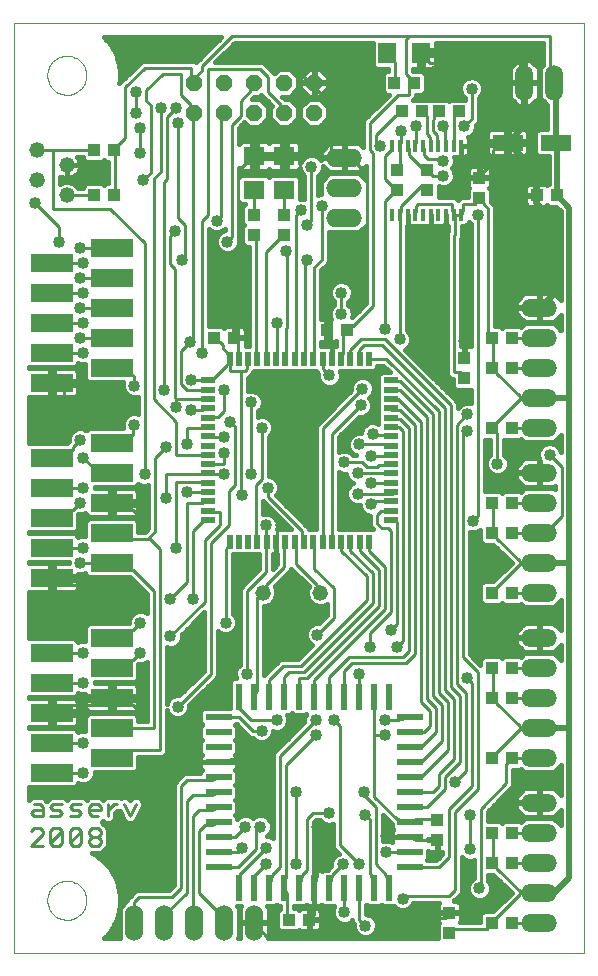
<source format=gtl>
G75*
G70*
%OFA0B0*%
%FSLAX24Y24*%
%IPPOS*%
%LPD*%
%AMOC8*
5,1,8,0,0,1.08239X$1,22.5*
%
%ADD10C,0.0000*%
%ADD11C,0.0110*%
%ADD12R,0.0433X0.0394*%
%ADD13R,0.0394X0.0433*%
%ADD14C,0.0520*%
%ADD15R,0.1024X0.0551*%
%ADD16R,0.0630X0.0710*%
%ADD17R,0.0710X0.0630*%
%ADD18R,0.0200X0.0470*%
%ADD19R,0.0470X0.0200*%
%ADD20R,0.0236X0.0866*%
%ADD21R,0.0866X0.0236*%
%ADD22O,0.1187X0.0594*%
%ADD23OC8,0.0560*%
%ADD24R,0.1409X0.0591*%
%ADD25O,0.0594X0.1187*%
%ADD26R,0.0120X0.0390*%
%ADD27O,0.1200X0.0600*%
%ADD28O,0.0600X0.1200*%
%ADD29C,0.0160*%
%ADD30C,0.0200*%
%ADD31C,0.0100*%
%ADD32C,0.0400*%
D10*
X001673Y001502D02*
X020673Y001502D01*
X020673Y032502D01*
X001673Y032502D01*
X001673Y001502D01*
X002773Y003252D02*
X002776Y003311D01*
X002784Y003370D01*
X002797Y003427D01*
X002816Y003484D01*
X002839Y003538D01*
X002868Y003590D01*
X002901Y003639D01*
X002938Y003685D01*
X002979Y003727D01*
X003024Y003765D01*
X003073Y003800D01*
X003124Y003829D01*
X003178Y003854D01*
X003233Y003874D01*
X003291Y003888D01*
X003349Y003898D01*
X003408Y003902D01*
X003467Y003900D01*
X003526Y003894D01*
X003584Y003882D01*
X003641Y003864D01*
X003695Y003842D01*
X003748Y003815D01*
X003798Y003783D01*
X003845Y003747D01*
X003888Y003706D01*
X003927Y003662D01*
X003962Y003615D01*
X003993Y003564D01*
X004019Y003511D01*
X004040Y003456D01*
X004056Y003399D01*
X004067Y003341D01*
X004072Y003282D01*
X004072Y003222D01*
X004067Y003163D01*
X004056Y003105D01*
X004040Y003048D01*
X004019Y002993D01*
X003993Y002940D01*
X003962Y002889D01*
X003927Y002842D01*
X003888Y002798D01*
X003845Y002757D01*
X003798Y002721D01*
X003748Y002689D01*
X003695Y002662D01*
X003641Y002640D01*
X003584Y002622D01*
X003526Y002610D01*
X003467Y002604D01*
X003408Y002602D01*
X003349Y002606D01*
X003291Y002616D01*
X003233Y002630D01*
X003178Y002650D01*
X003124Y002675D01*
X003073Y002704D01*
X003024Y002739D01*
X002979Y002777D01*
X002938Y002819D01*
X002901Y002865D01*
X002868Y002914D01*
X002839Y002966D01*
X002816Y003020D01*
X002797Y003077D01*
X002784Y003134D01*
X002776Y003193D01*
X002773Y003252D01*
X002773Y030752D02*
X002776Y030811D01*
X002784Y030870D01*
X002797Y030927D01*
X002816Y030984D01*
X002839Y031038D01*
X002868Y031090D01*
X002901Y031139D01*
X002938Y031185D01*
X002979Y031227D01*
X003024Y031265D01*
X003073Y031300D01*
X003124Y031329D01*
X003178Y031354D01*
X003233Y031374D01*
X003291Y031388D01*
X003349Y031398D01*
X003408Y031402D01*
X003467Y031400D01*
X003526Y031394D01*
X003584Y031382D01*
X003641Y031364D01*
X003695Y031342D01*
X003748Y031315D01*
X003798Y031283D01*
X003845Y031247D01*
X003888Y031206D01*
X003927Y031162D01*
X003962Y031115D01*
X003993Y031064D01*
X004019Y031011D01*
X004040Y030956D01*
X004056Y030899D01*
X004067Y030841D01*
X004072Y030782D01*
X004072Y030722D01*
X004067Y030663D01*
X004056Y030605D01*
X004040Y030548D01*
X004019Y030493D01*
X003993Y030440D01*
X003962Y030389D01*
X003927Y030342D01*
X003888Y030298D01*
X003845Y030257D01*
X003798Y030221D01*
X003748Y030189D01*
X003695Y030162D01*
X003641Y030140D01*
X003584Y030122D01*
X003526Y030110D01*
X003467Y030104D01*
X003408Y030102D01*
X003349Y030106D01*
X003291Y030116D01*
X003233Y030130D01*
X003178Y030150D01*
X003124Y030175D01*
X003073Y030204D01*
X003024Y030239D01*
X002979Y030277D01*
X002938Y030319D01*
X002901Y030365D01*
X002868Y030414D01*
X002839Y030466D01*
X002816Y030520D01*
X002797Y030577D01*
X002784Y030634D01*
X002776Y030693D01*
X002773Y030752D01*
D11*
X002971Y006450D02*
X003266Y006450D01*
X003168Y006254D02*
X002971Y006254D01*
X002873Y006352D01*
X002971Y006450D01*
X003168Y006254D02*
X003266Y006155D01*
X003168Y006057D01*
X002873Y006057D01*
X002622Y006057D02*
X002622Y006352D01*
X002523Y006450D01*
X002326Y006450D01*
X002326Y006254D02*
X002622Y006254D01*
X002622Y006057D02*
X002326Y006057D01*
X002228Y006155D01*
X002326Y006254D01*
X002326Y005647D02*
X002228Y005549D01*
X002326Y005647D02*
X002523Y005647D01*
X002622Y005549D01*
X002622Y005450D01*
X002228Y005057D01*
X002622Y005057D01*
X002873Y005155D02*
X002873Y005549D01*
X002971Y005647D01*
X003168Y005647D01*
X003266Y005549D01*
X002873Y005155D01*
X002971Y005057D01*
X003168Y005057D01*
X003266Y005155D01*
X003266Y005549D01*
X003517Y005549D02*
X003517Y005155D01*
X003911Y005549D01*
X003911Y005155D01*
X003812Y005057D01*
X003616Y005057D01*
X003517Y005155D01*
X003517Y005549D02*
X003616Y005647D01*
X003812Y005647D01*
X003911Y005549D01*
X004162Y005549D02*
X004162Y005450D01*
X004260Y005352D01*
X004457Y005352D01*
X004555Y005254D01*
X004555Y005155D01*
X004457Y005057D01*
X004260Y005057D01*
X004162Y005155D01*
X004162Y005254D01*
X004260Y005352D01*
X004457Y005352D02*
X004555Y005450D01*
X004555Y005549D01*
X004457Y005647D01*
X004260Y005647D01*
X004162Y005549D01*
X004260Y006057D02*
X004162Y006155D01*
X004162Y006352D01*
X004260Y006450D01*
X004457Y006450D01*
X004555Y006352D01*
X004555Y006254D01*
X004162Y006254D01*
X004260Y006057D02*
X004457Y006057D01*
X004806Y006057D02*
X004806Y006450D01*
X004806Y006254D02*
X005003Y006450D01*
X005101Y006450D01*
X005343Y006450D02*
X005540Y006057D01*
X005737Y006450D01*
X003911Y006450D02*
X003616Y006450D01*
X003517Y006352D01*
X003616Y006254D01*
X003812Y006254D01*
X003911Y006155D01*
X003812Y006057D01*
X003517Y006057D01*
D12*
X010838Y002602D03*
X011508Y002602D03*
X009008Y022002D03*
X008338Y022002D03*
X009673Y025417D03*
X009673Y026086D03*
X010673Y026086D03*
X010673Y025417D03*
X012088Y022252D03*
X012758Y022252D03*
X014423Y026917D03*
X014423Y027586D03*
X015423Y027586D03*
X015423Y026917D03*
X015258Y029552D03*
X014588Y029552D03*
X015838Y029552D03*
X016508Y029552D03*
X019088Y026752D03*
X019758Y026752D03*
D13*
X017173Y026667D03*
X017173Y027336D03*
X015008Y030502D03*
X014338Y030502D03*
X017588Y022002D03*
X018258Y022002D03*
X018258Y021002D03*
X017588Y021002D03*
X016673Y021336D03*
X016673Y020667D03*
X017588Y019002D03*
X018258Y019002D03*
X018258Y016502D03*
X017588Y016502D03*
X017588Y015502D03*
X018258Y015502D03*
X018258Y013502D03*
X017588Y013502D03*
X017588Y011002D03*
X017588Y010002D03*
X018258Y010002D03*
X018258Y011002D03*
X018258Y008002D03*
X017588Y008002D03*
X017588Y005502D03*
X018258Y005502D03*
X018258Y004502D03*
X017588Y004502D03*
X017588Y002502D03*
X018258Y002502D03*
X016173Y002836D03*
X016173Y002167D03*
X015773Y005267D03*
X015773Y005936D03*
X005008Y026752D03*
X004338Y026752D03*
X004338Y028252D03*
X005008Y028252D03*
D14*
X003423Y027752D03*
X003423Y026752D03*
X002423Y027252D03*
X002423Y028252D03*
X009973Y013502D03*
X011873Y013502D03*
D15*
X018116Y028502D03*
X019730Y028502D03*
D16*
X015233Y031502D03*
X014113Y031502D03*
D17*
X010673Y028062D03*
X010673Y026942D03*
X009673Y026942D03*
X009673Y028062D03*
D18*
X009778Y021307D03*
X010088Y021307D03*
X010398Y021307D03*
X010708Y021307D03*
X011018Y021307D03*
X011328Y021307D03*
X011638Y021307D03*
X011948Y021307D03*
X012258Y021307D03*
X012568Y021307D03*
X012878Y021307D03*
X013188Y021307D03*
X013498Y021307D03*
X009468Y021307D03*
X009158Y021307D03*
X008848Y021307D03*
X008848Y015197D03*
X009158Y015197D03*
X009468Y015197D03*
X009778Y015197D03*
X010088Y015197D03*
X010398Y015197D03*
X010708Y015197D03*
X011018Y015197D03*
X011328Y015197D03*
X011638Y015197D03*
X011948Y015197D03*
X012258Y015197D03*
X012568Y015197D03*
X012878Y015197D03*
X013188Y015197D03*
X013498Y015197D03*
D19*
X014228Y015927D03*
X014228Y016237D03*
X014228Y016547D03*
X014228Y016857D03*
X014228Y017167D03*
X014228Y017477D03*
X014228Y017787D03*
X014228Y018097D03*
X014228Y018407D03*
X014228Y018717D03*
X014228Y019027D03*
X014228Y019337D03*
X014228Y019647D03*
X014228Y019957D03*
X014228Y020267D03*
X014228Y020577D03*
X008118Y020577D03*
X008118Y020267D03*
X008118Y019957D03*
X008118Y019647D03*
X008118Y019337D03*
X008118Y019027D03*
X008118Y018717D03*
X008118Y018407D03*
X008118Y018097D03*
X008118Y017787D03*
X008118Y017477D03*
X008118Y017167D03*
X008118Y016857D03*
X008118Y016547D03*
X008118Y016237D03*
X008118Y015927D03*
D20*
X009173Y010041D03*
X009673Y010041D03*
X010173Y010041D03*
X010673Y010041D03*
X011173Y010041D03*
X011673Y010041D03*
X012173Y010041D03*
X012673Y010041D03*
X013173Y010041D03*
X013673Y010041D03*
X014173Y010041D03*
X014173Y003663D03*
X013673Y003663D03*
X013173Y003663D03*
X012673Y003663D03*
X012173Y003663D03*
X011673Y003663D03*
X011173Y003663D03*
X010673Y003663D03*
X010173Y003663D03*
X009673Y003663D03*
X009173Y003663D03*
D21*
X008484Y004352D03*
X008484Y004852D03*
X008484Y005352D03*
X008484Y005852D03*
X008484Y006352D03*
X008484Y006852D03*
X008484Y007352D03*
X008484Y007852D03*
X008484Y008352D03*
X008484Y008852D03*
X008484Y009352D03*
X014862Y009352D03*
X014862Y008852D03*
X014862Y008352D03*
X014862Y007852D03*
X014862Y007352D03*
X014862Y006852D03*
X014862Y006352D03*
X014862Y005852D03*
X014862Y005352D03*
X014862Y004852D03*
X014862Y004352D03*
D22*
X019173Y004502D03*
X019173Y005502D03*
X019173Y006502D03*
X019173Y008002D03*
X019173Y009002D03*
X019173Y010002D03*
X019173Y011002D03*
X019173Y012002D03*
X019173Y013502D03*
X019173Y014502D03*
X019173Y015502D03*
X019173Y016502D03*
X019173Y017502D03*
X019173Y019002D03*
X019173Y020002D03*
X019173Y021002D03*
X019173Y022002D03*
X019173Y023002D03*
X019173Y003502D03*
X019173Y002502D03*
D23*
X011673Y029502D03*
X011673Y030502D03*
X010673Y030502D03*
X010673Y029502D03*
X009673Y029502D03*
X009673Y030502D03*
X008673Y030502D03*
X008673Y029502D03*
X007673Y029502D03*
X007673Y030502D03*
D24*
X004923Y025002D03*
X004923Y024002D03*
X004923Y023002D03*
X004923Y022002D03*
X004923Y021002D03*
X004923Y018502D03*
X004923Y017502D03*
X004923Y016502D03*
X004923Y015502D03*
X004923Y014502D03*
X004923Y012002D03*
X004923Y011002D03*
X004923Y010002D03*
X004923Y009002D03*
X004923Y008002D03*
X002923Y008502D03*
X002923Y007502D03*
X002923Y009502D03*
X002923Y010502D03*
X002923Y011502D03*
X002923Y014002D03*
X002923Y015002D03*
X002923Y016002D03*
X002923Y017002D03*
X002923Y018002D03*
X002923Y020502D03*
X002923Y021502D03*
X002923Y022502D03*
X002923Y023502D03*
X002923Y024502D03*
D25*
X018673Y030502D03*
X019673Y030502D03*
D26*
X016575Y028400D03*
X016319Y028400D03*
X016063Y028400D03*
X015807Y028400D03*
X015551Y028400D03*
X015295Y028400D03*
X015039Y028400D03*
X014783Y028400D03*
X014527Y028400D03*
X014271Y028400D03*
X014271Y026103D03*
X014527Y026103D03*
X014783Y026103D03*
X015039Y026103D03*
X015295Y026103D03*
X015551Y026103D03*
X015807Y026103D03*
X016063Y026103D03*
X016319Y026103D03*
X016575Y026103D03*
D27*
X012673Y026002D03*
X012673Y027002D03*
X012673Y028002D03*
D28*
X009673Y002502D03*
X008673Y002502D03*
X007673Y002502D03*
X006673Y002502D03*
X005673Y002502D03*
D29*
X005193Y002453D02*
X005013Y002453D01*
X005022Y002469D02*
X005022Y002469D01*
X005086Y002618D01*
X005137Y002771D01*
X005137Y002771D01*
X005174Y002929D01*
X005196Y003090D01*
X005203Y003252D01*
X005196Y003414D01*
X005174Y003574D01*
X005137Y003732D01*
X005086Y003886D01*
X005022Y004034D01*
X005022Y004034D01*
X004944Y004177D01*
X004854Y004311D01*
X004751Y004437D01*
X004638Y004553D01*
X004515Y004658D01*
X004382Y004751D01*
X004260Y004822D01*
X004357Y004822D01*
X004554Y004822D01*
X004637Y004905D01*
X004653Y004920D01*
X004717Y004985D01*
X004721Y004989D01*
X004790Y005058D01*
X004790Y005252D01*
X004790Y005351D01*
X004789Y005352D01*
X004790Y005353D01*
X004790Y005548D01*
X004790Y005646D01*
X004760Y005676D01*
X004721Y005715D01*
X004720Y005716D01*
X004653Y005784D01*
X004653Y005784D01*
X004635Y005801D01*
X004584Y005852D01*
X004631Y005899D01*
X004709Y005822D01*
X004904Y005822D01*
X005041Y005959D01*
X005041Y006156D01*
X005100Y006215D01*
X005198Y006215D01*
X005305Y006001D01*
X005305Y005959D01*
X005347Y005918D01*
X005347Y005917D01*
X005443Y005822D01*
X005637Y005822D01*
X005775Y005959D01*
X005775Y006001D01*
X005972Y006395D01*
X005972Y006548D01*
X005834Y006685D01*
X005640Y006685D01*
X005544Y006590D01*
X005540Y006582D01*
X005536Y006590D01*
X005441Y006685D01*
X005246Y006685D01*
X005222Y006662D01*
X005199Y006685D01*
X004906Y006685D01*
X004905Y006684D01*
X004904Y006685D01*
X004709Y006685D01*
X004631Y006608D01*
X004554Y006685D01*
X004360Y006685D01*
X004163Y006685D01*
X004133Y006656D01*
X004094Y006617D01*
X004092Y006615D01*
X004085Y006608D01*
X004008Y006685D01*
X003518Y006685D01*
X003482Y006649D01*
X003449Y006617D01*
X003448Y006615D01*
X003441Y006608D01*
X003364Y006685D01*
X002874Y006685D01*
X002821Y006633D01*
X002805Y006617D01*
X002804Y006616D01*
X002747Y006559D01*
X002719Y006587D01*
X002621Y006685D01*
X002426Y006685D01*
X002229Y006685D01*
X002153Y006609D01*
X002153Y007026D01*
X003702Y007026D01*
X003808Y007132D01*
X003808Y007159D01*
X003897Y007122D01*
X004049Y007122D01*
X004188Y007180D01*
X004295Y007286D01*
X004353Y007426D01*
X004353Y007526D01*
X007871Y007526D01*
X007871Y007544D02*
X007871Y007482D01*
X007328Y007482D01*
X007193Y007347D01*
X007128Y007282D01*
X006993Y007147D01*
X006993Y003747D01*
X006828Y003582D01*
X005728Y003582D01*
X005593Y003447D01*
X005578Y003432D01*
X005443Y003297D01*
X005443Y003251D01*
X005193Y003001D01*
X005193Y002003D01*
X005214Y001982D01*
X004668Y001982D01*
X004751Y002067D01*
X004854Y002192D01*
X004854Y002192D01*
X004944Y002327D01*
X005022Y002469D01*
X005084Y002612D02*
X005193Y002612D01*
X005086Y002618D02*
X005086Y002618D01*
X005137Y002770D02*
X005193Y002770D01*
X005193Y002929D02*
X005173Y002929D01*
X005195Y003087D02*
X005280Y003087D01*
X005203Y003246D02*
X005438Y003246D01*
X005550Y003404D02*
X005196Y003404D01*
X005175Y003563D02*
X005709Y003563D01*
X005139Y003721D02*
X006967Y003721D01*
X006993Y003880D02*
X005088Y003880D01*
X005019Y004038D02*
X006993Y004038D01*
X006993Y004197D02*
X004930Y004197D01*
X004854Y004311D02*
X004854Y004311D01*
X004817Y004356D02*
X006993Y004356D01*
X006993Y004514D02*
X004676Y004514D01*
X004638Y004553D02*
X004638Y004553D01*
X004515Y004658D02*
X004515Y004658D01*
X004494Y004673D02*
X006993Y004673D01*
X006993Y004831D02*
X004564Y004831D01*
X004653Y004920D02*
X004653Y004920D01*
X004722Y004990D02*
X006993Y004990D01*
X006993Y005148D02*
X004790Y005148D01*
X004790Y005307D02*
X006993Y005307D01*
X006993Y005465D02*
X004790Y005465D01*
X004790Y005624D02*
X006993Y005624D01*
X006993Y005782D02*
X004654Y005782D01*
X005023Y005941D02*
X005324Y005941D01*
X005256Y006099D02*
X005041Y006099D01*
X005757Y005941D02*
X006993Y005941D01*
X006993Y006099D02*
X005824Y006099D01*
X005903Y006258D02*
X006993Y006258D01*
X006993Y006417D02*
X005972Y006417D01*
X005944Y006575D02*
X006993Y006575D01*
X006993Y006734D02*
X002153Y006734D01*
X002153Y006892D02*
X006993Y006892D01*
X006993Y007051D02*
X003727Y007051D01*
X004218Y007209D02*
X007055Y007209D01*
X007214Y007368D02*
X004329Y007368D01*
X004353Y007526D02*
X005702Y007526D01*
X005808Y007632D01*
X005808Y008022D01*
X006428Y008022D01*
X006618Y008022D01*
X006753Y008156D01*
X006753Y009602D01*
X006801Y009486D01*
X006908Y009380D01*
X007047Y009322D01*
X007199Y009322D01*
X007338Y009380D01*
X007445Y009486D01*
X007503Y009626D01*
X007503Y009756D01*
X008453Y010706D01*
X008453Y010897D01*
X008453Y012234D01*
X008508Y012180D01*
X008647Y012122D01*
X008799Y012122D01*
X008938Y012180D01*
X009045Y012286D01*
X009103Y012426D01*
X009103Y012577D01*
X009045Y012717D01*
X008953Y012809D01*
X008953Y014782D01*
X008984Y014782D01*
X009294Y014782D01*
X009604Y014782D01*
X009843Y014782D01*
X009843Y014297D01*
X009328Y013782D01*
X009193Y013647D01*
X009193Y011109D01*
X009101Y011017D01*
X009043Y010877D01*
X009043Y010726D01*
X009073Y010654D01*
X008980Y010654D01*
X008875Y010548D01*
X008875Y009650D01*
X007976Y009650D01*
X007871Y009544D01*
X007871Y009159D01*
X007928Y009102D01*
X007871Y009044D01*
X007871Y008659D01*
X007928Y008602D01*
X007871Y008544D01*
X007871Y008159D01*
X007928Y008102D01*
X007871Y008044D01*
X007871Y007852D01*
X008484Y007852D01*
X008484Y007851D01*
X007871Y007851D01*
X007871Y007659D01*
X007928Y007602D01*
X007871Y007544D01*
X007871Y007685D02*
X005808Y007685D01*
X005808Y007843D02*
X007871Y007843D01*
X007871Y008002D02*
X005808Y008002D01*
X005808Y009232D02*
X005808Y009372D01*
X005702Y009477D01*
X004144Y009477D01*
X004038Y009372D01*
X004038Y008882D01*
X003897Y008882D01*
X003808Y008845D01*
X003808Y008872D01*
X003702Y008977D01*
X002153Y008977D01*
X002153Y009026D01*
X002855Y009026D01*
X002855Y009434D01*
X002991Y009434D01*
X002991Y009569D01*
X003808Y009569D01*
X003808Y009872D01*
X003702Y009977D01*
X002991Y009977D01*
X002991Y009570D01*
X002855Y009570D01*
X002855Y009977D01*
X002153Y009977D01*
X002153Y010026D01*
X003702Y010026D01*
X003808Y010132D01*
X003808Y010159D01*
X003897Y010122D01*
X004038Y010122D01*
X004038Y010069D01*
X004855Y010069D01*
X004855Y009934D01*
X004038Y009934D01*
X004038Y009632D01*
X004144Y009526D01*
X004855Y009526D01*
X004855Y009934D01*
X004991Y009934D01*
X004991Y010069D01*
X005808Y010069D01*
X005808Y010372D01*
X005702Y010477D01*
X004991Y010477D01*
X004991Y010070D01*
X004855Y010070D01*
X004855Y010477D01*
X004353Y010477D01*
X004353Y010526D01*
X005702Y010526D01*
X005808Y010632D01*
X005808Y011111D01*
X005818Y011122D01*
X005949Y011122D01*
X006088Y011180D01*
X006093Y011184D01*
X006093Y009232D01*
X005808Y009232D01*
X005808Y009270D02*
X006093Y009270D01*
X006093Y009429D02*
X005750Y009429D01*
X005702Y009526D02*
X005808Y009632D01*
X005808Y009934D01*
X004991Y009934D01*
X004991Y009526D01*
X005702Y009526D01*
X005763Y009587D02*
X006093Y009587D01*
X006093Y009746D02*
X005808Y009746D01*
X005808Y009905D02*
X006093Y009905D01*
X006093Y010063D02*
X004991Y010063D01*
X004855Y010063D02*
X003739Y010063D01*
X003775Y009905D02*
X004038Y009905D01*
X004038Y009746D02*
X003808Y009746D01*
X003808Y009587D02*
X004083Y009587D01*
X004096Y009429D02*
X003808Y009429D01*
X003808Y009434D02*
X002991Y009434D01*
X002991Y009026D01*
X003702Y009026D01*
X003808Y009132D01*
X003808Y009434D01*
X003808Y009270D02*
X004038Y009270D01*
X004038Y009112D02*
X003788Y009112D01*
X003726Y008953D02*
X004038Y008953D01*
X004855Y009587D02*
X004991Y009587D01*
X004991Y009746D02*
X004855Y009746D01*
X004855Y009905D02*
X004991Y009905D01*
X004991Y010222D02*
X004855Y010222D01*
X004855Y010380D02*
X004991Y010380D01*
X005715Y010539D02*
X006093Y010539D01*
X006093Y010697D02*
X005808Y010697D01*
X005808Y010856D02*
X006093Y010856D01*
X006093Y011014D02*
X005808Y011014D01*
X006072Y011173D02*
X006093Y011173D01*
X006753Y011173D02*
X007993Y011173D01*
X007993Y011331D02*
X006753Y011331D01*
X006753Y011490D02*
X007993Y011490D01*
X007993Y011649D02*
X006753Y011649D01*
X006753Y011690D02*
X006753Y009801D01*
X006801Y009917D01*
X006908Y010024D01*
X007047Y010082D01*
X007178Y010082D01*
X007993Y010897D01*
X007993Y012847D01*
X007253Y012106D01*
X007253Y011976D01*
X007195Y011836D01*
X007088Y011730D01*
X006949Y011672D01*
X006797Y011672D01*
X006753Y011690D01*
X007166Y011807D02*
X007993Y011807D01*
X007993Y011966D02*
X007249Y011966D01*
X007271Y012124D02*
X007993Y012124D01*
X007993Y012283D02*
X007429Y012283D01*
X007588Y012441D02*
X007993Y012441D01*
X007993Y012600D02*
X007746Y012600D01*
X007905Y012758D02*
X007993Y012758D01*
X008453Y012124D02*
X008642Y012124D01*
X008804Y012124D02*
X009193Y012124D01*
X009193Y011966D02*
X008453Y011966D01*
X008453Y011807D02*
X009193Y011807D01*
X009193Y011649D02*
X008453Y011649D01*
X008453Y011490D02*
X009193Y011490D01*
X009193Y011331D02*
X008453Y011331D01*
X008453Y011173D02*
X009193Y011173D01*
X009100Y011014D02*
X008453Y011014D01*
X008453Y010856D02*
X009043Y010856D01*
X009055Y010697D02*
X008444Y010697D01*
X008285Y010539D02*
X008875Y010539D01*
X008875Y010380D02*
X008127Y010380D01*
X007968Y010222D02*
X008875Y010222D01*
X008875Y010063D02*
X007810Y010063D01*
X007651Y009905D02*
X008875Y009905D01*
X008875Y009746D02*
X007503Y009746D01*
X007487Y009587D02*
X007914Y009587D01*
X007871Y009429D02*
X007388Y009429D01*
X007871Y009270D02*
X006753Y009270D01*
X006753Y009112D02*
X007918Y009112D01*
X007871Y008953D02*
X006753Y008953D01*
X006753Y008795D02*
X007871Y008795D01*
X007894Y008636D02*
X006753Y008636D01*
X006753Y008478D02*
X007871Y008478D01*
X007871Y008319D02*
X006753Y008319D01*
X006753Y008161D02*
X007871Y008161D01*
X008484Y007852D02*
X009097Y007852D01*
X009097Y008044D01*
X009040Y008102D01*
X009097Y008159D01*
X009097Y008544D01*
X009040Y008602D01*
X009097Y008659D01*
X009097Y009044D01*
X009040Y009102D01*
X009060Y009122D01*
X009078Y009122D01*
X009528Y008672D01*
X009616Y008672D01*
X009708Y008580D01*
X009847Y008522D01*
X009999Y008522D01*
X010138Y008580D01*
X010245Y008686D01*
X010303Y008826D01*
X010303Y008890D01*
X010347Y008872D01*
X010499Y008872D01*
X010638Y008930D01*
X010745Y009036D01*
X010803Y009176D01*
X010803Y009327D01*
X010761Y009428D01*
X010866Y009428D01*
X010923Y009485D01*
X010980Y009428D01*
X011366Y009428D01*
X011398Y009460D01*
X011343Y009327D01*
X011343Y009197D01*
X010293Y008147D01*
X010293Y007956D01*
X010293Y005319D01*
X010288Y005324D01*
X010149Y005382D01*
X010090Y005382D01*
X010195Y005486D01*
X010253Y005626D01*
X010253Y005777D01*
X010195Y005917D01*
X010088Y006024D01*
X009949Y006082D01*
X009797Y006082D01*
X009658Y006024D01*
X009623Y005989D01*
X009588Y006024D01*
X009449Y006082D01*
X009297Y006082D01*
X009158Y006024D01*
X009097Y005963D01*
X009097Y006044D01*
X009040Y006102D01*
X009097Y006159D01*
X009097Y006544D01*
X009040Y006602D01*
X009097Y006659D01*
X009097Y007044D01*
X009040Y007102D01*
X009097Y007159D01*
X009097Y007544D01*
X009040Y007602D01*
X009097Y007659D01*
X009097Y007851D01*
X008484Y007851D01*
X008484Y007852D01*
X009097Y007843D02*
X010293Y007843D01*
X010293Y007685D02*
X009097Y007685D01*
X009097Y007526D02*
X010293Y007526D01*
X010293Y007368D02*
X009097Y007368D01*
X009097Y007209D02*
X010293Y007209D01*
X010293Y007051D02*
X009091Y007051D01*
X009097Y006892D02*
X010293Y006892D01*
X010293Y006734D02*
X009097Y006734D01*
X009066Y006575D02*
X010293Y006575D01*
X010293Y006417D02*
X009097Y006417D01*
X009097Y006258D02*
X010293Y006258D01*
X010293Y006099D02*
X009042Y006099D01*
X010171Y005941D02*
X010293Y005941D01*
X010293Y005782D02*
X010251Y005782D01*
X010252Y005624D02*
X010293Y005624D01*
X010293Y005465D02*
X010174Y005465D01*
X011653Y005465D02*
X012293Y005465D01*
X012293Y005307D02*
X011653Y005307D01*
X011653Y005148D02*
X012293Y005148D01*
X012293Y005006D02*
X012293Y005790D01*
X012249Y005772D01*
X012097Y005772D01*
X011958Y005830D01*
X011866Y005922D01*
X011718Y005922D01*
X011653Y005856D01*
X011653Y004276D01*
X011673Y004276D01*
X011673Y003663D01*
X011673Y003663D01*
X011673Y004276D01*
X011866Y004276D01*
X011923Y004218D01*
X011980Y004276D01*
X012122Y004276D01*
X012178Y004332D01*
X012243Y004397D01*
X012243Y004527D01*
X012301Y004667D01*
X012408Y004774D01*
X012491Y004808D01*
X012428Y004872D01*
X012293Y005006D01*
X012310Y004990D02*
X011653Y004990D01*
X011653Y004831D02*
X012468Y004831D01*
X012307Y004673D02*
X011653Y004673D01*
X011653Y004514D02*
X012243Y004514D01*
X012202Y004356D02*
X011653Y004356D01*
X011673Y004197D02*
X011673Y004197D01*
X011673Y004038D02*
X011673Y004038D01*
X011673Y003880D02*
X011673Y003880D01*
X011673Y003721D02*
X011673Y003721D01*
X011673Y003662D02*
X011673Y003050D01*
X011673Y003662D01*
X011673Y003662D01*
X011673Y003563D02*
X011673Y003563D01*
X011673Y003404D02*
X011673Y003404D01*
X011673Y003246D02*
X011673Y003246D01*
X011673Y003087D02*
X011673Y003087D01*
X011673Y003050D02*
X011866Y003050D01*
X011923Y003107D01*
X011980Y003050D01*
X012344Y003050D01*
X012293Y002927D01*
X012293Y002776D01*
X012351Y002636D01*
X012458Y002530D01*
X012597Y002472D01*
X012749Y002472D01*
X012888Y002530D01*
X012943Y002584D01*
X012943Y002506D01*
X012993Y002456D01*
X012993Y002326D01*
X013051Y002186D01*
X013158Y002080D01*
X013297Y002022D01*
X013449Y002022D01*
X013588Y002080D01*
X013695Y002186D01*
X013753Y002326D01*
X013753Y002477D01*
X013695Y002617D01*
X013588Y002724D01*
X013449Y002782D01*
X013403Y002782D01*
X013403Y003087D01*
X013423Y003107D01*
X013480Y003050D01*
X013866Y003050D01*
X013923Y003107D01*
X013980Y003050D01*
X014338Y003050D01*
X014408Y002980D01*
X014547Y002922D01*
X014699Y002922D01*
X014838Y002980D01*
X014945Y003086D01*
X014981Y003172D01*
X015841Y003172D01*
X015796Y003127D01*
X015796Y002855D01*
X016154Y002855D01*
X016154Y002818D01*
X015796Y002818D01*
X015796Y002545D01*
X015840Y002502D01*
X015796Y002458D01*
X015796Y001982D01*
X010132Y001982D01*
X010153Y002003D01*
X010153Y002482D01*
X009693Y002482D01*
X009693Y002522D01*
X010153Y002522D01*
X010153Y003001D01*
X010104Y003050D01*
X010366Y003050D01*
X010423Y003107D01*
X010480Y003050D01*
X010543Y003050D01*
X010543Y002974D01*
X010442Y002873D01*
X010442Y002330D01*
X010547Y002225D01*
X011129Y002225D01*
X011173Y002268D01*
X011217Y002225D01*
X011489Y002225D01*
X011489Y002583D01*
X011526Y002583D01*
X011526Y002225D01*
X011799Y002225D01*
X011904Y002330D01*
X011904Y002583D01*
X011526Y002583D01*
X011526Y002620D01*
X011489Y002620D01*
X011489Y002979D01*
X011217Y002979D01*
X011173Y002935D01*
X011129Y002979D01*
X011003Y002979D01*
X011003Y003050D01*
X011366Y003050D01*
X011423Y003107D01*
X011480Y003050D01*
X011673Y003050D01*
X011799Y002979D02*
X011526Y002979D01*
X011526Y002620D01*
X011904Y002620D01*
X011904Y002873D01*
X011799Y002979D01*
X011849Y002929D02*
X012294Y002929D01*
X012296Y002770D02*
X011904Y002770D01*
X011904Y002453D02*
X012993Y002453D01*
X013006Y002294D02*
X011868Y002294D01*
X011526Y002294D02*
X011489Y002294D01*
X011489Y002453D02*
X011526Y002453D01*
X011526Y002612D02*
X012376Y002612D01*
X011943Y003087D02*
X011903Y003087D01*
X011526Y002929D02*
X011489Y002929D01*
X011489Y002770D02*
X011526Y002770D01*
X011443Y003087D02*
X011403Y003087D01*
X010497Y002929D02*
X010153Y002929D01*
X010153Y002770D02*
X010442Y002770D01*
X010442Y002612D02*
X010153Y002612D01*
X010153Y002453D02*
X010442Y002453D01*
X010478Y002294D02*
X010153Y002294D01*
X010153Y002136D02*
X013101Y002136D01*
X013477Y002770D02*
X015796Y002770D01*
X015796Y002612D02*
X013697Y002612D01*
X013753Y002453D02*
X015796Y002453D01*
X015796Y002294D02*
X013740Y002294D01*
X013645Y002136D02*
X015796Y002136D01*
X016192Y002818D02*
X016192Y002855D01*
X016550Y002855D01*
X016550Y003127D01*
X016444Y003233D01*
X016329Y003233D01*
X016403Y003306D01*
X016603Y003506D01*
X016603Y003697D01*
X016603Y004684D01*
X016658Y004630D01*
X016797Y004572D01*
X016949Y004572D01*
X016993Y004590D01*
X016993Y003988D01*
X016958Y003974D01*
X016851Y003867D01*
X016793Y003727D01*
X016793Y003576D01*
X016851Y003436D01*
X016958Y003330D01*
X017097Y003272D01*
X017249Y003272D01*
X017388Y003330D01*
X017495Y003436D01*
X017553Y003576D01*
X017553Y003727D01*
X017495Y003867D01*
X017453Y003909D01*
X017453Y004105D01*
X017644Y004105D01*
X017678Y004072D01*
X018248Y003502D01*
X017678Y002932D01*
X017644Y002898D01*
X017317Y002898D01*
X017212Y002793D01*
X017212Y002532D01*
X016536Y002532D01*
X016550Y002545D01*
X016550Y002818D01*
X016192Y002818D01*
X016550Y002770D02*
X017212Y002770D01*
X017212Y002612D02*
X016550Y002612D01*
X016550Y002929D02*
X017675Y002929D01*
X017833Y003087D02*
X016550Y003087D01*
X016342Y003246D02*
X017992Y003246D01*
X018150Y003404D02*
X017463Y003404D01*
X017548Y003563D02*
X018187Y003563D01*
X018028Y003721D02*
X017553Y003721D01*
X017482Y003880D02*
X017870Y003880D01*
X017711Y004038D02*
X017453Y004038D01*
X016993Y004038D02*
X016603Y004038D01*
X016603Y003880D02*
X016864Y003880D01*
X016793Y003721D02*
X016603Y003721D01*
X016603Y003563D02*
X016799Y003563D01*
X016883Y003404D02*
X016501Y003404D01*
X016603Y004197D02*
X016993Y004197D01*
X016993Y004356D02*
X016603Y004356D01*
X016603Y004514D02*
X016993Y004514D01*
X016615Y004673D02*
X016603Y004673D01*
X015943Y004797D02*
X015728Y004582D01*
X015438Y004582D01*
X015418Y004602D01*
X015475Y004659D01*
X015475Y004897D01*
X015502Y004871D01*
X015755Y004871D01*
X015755Y005248D01*
X015791Y005248D01*
X015791Y004871D01*
X015943Y004871D01*
X015943Y004797D01*
X015943Y004831D02*
X015475Y004831D01*
X015475Y004673D02*
X015819Y004673D01*
X015791Y004990D02*
X015755Y004990D01*
X015755Y005148D02*
X015791Y005148D01*
X015754Y005249D02*
X015475Y005249D01*
X015475Y005286D01*
X015754Y005286D01*
X015754Y005249D01*
X014862Y005351D02*
X014249Y005351D01*
X014249Y005190D01*
X014149Y005232D01*
X013997Y005232D01*
X013953Y005213D01*
X013953Y006097D01*
X014193Y005856D01*
X014249Y005801D01*
X014249Y005659D01*
X014306Y005602D01*
X014249Y005544D01*
X014249Y005352D01*
X014862Y005352D01*
X014862Y005351D01*
X014249Y005307D02*
X013953Y005307D01*
X013953Y005465D02*
X014249Y005465D01*
X014284Y005624D02*
X013953Y005624D01*
X013953Y005782D02*
X014249Y005782D01*
X014109Y005941D02*
X013953Y005941D01*
X012293Y005782D02*
X012274Y005782D01*
X012293Y005624D02*
X011653Y005624D01*
X011653Y005782D02*
X012072Y005782D01*
X010293Y008002D02*
X009097Y008002D01*
X009097Y008161D02*
X010307Y008161D01*
X010465Y008319D02*
X009097Y008319D01*
X009097Y008478D02*
X010624Y008478D01*
X010782Y008636D02*
X010195Y008636D01*
X010290Y008795D02*
X010941Y008795D01*
X011099Y008953D02*
X010662Y008953D01*
X010776Y009112D02*
X011258Y009112D01*
X011343Y009270D02*
X010803Y009270D01*
X010867Y009429D02*
X010979Y009429D01*
X011367Y009429D02*
X011385Y009429D01*
X010260Y011014D02*
X010003Y011014D01*
X010003Y010856D02*
X010102Y010856D01*
X010078Y010832D02*
X010078Y010832D01*
X010393Y011147D01*
X010393Y011147D01*
X010528Y011282D01*
X011128Y011282D01*
X011606Y011760D01*
X011558Y011780D01*
X011451Y011886D01*
X011393Y012026D01*
X011393Y012177D01*
X011451Y012317D01*
X011558Y012424D01*
X011697Y012482D01*
X011828Y012482D01*
X012093Y012747D01*
X012093Y013117D01*
X011961Y013062D01*
X011786Y013062D01*
X011624Y013129D01*
X011500Y013252D01*
X011433Y013414D01*
X011433Y013589D01*
X011485Y013715D01*
X010903Y014297D01*
X010903Y014256D01*
X010361Y013715D01*
X010413Y013589D01*
X010413Y013414D01*
X010346Y013252D01*
X010222Y013129D01*
X010061Y013062D01*
X010003Y013062D01*
X010003Y010757D01*
X010078Y010832D01*
X010003Y011173D02*
X010419Y011173D01*
X010003Y011331D02*
X011178Y011331D01*
X011336Y011490D02*
X010003Y011490D01*
X010003Y011649D02*
X011495Y011649D01*
X011530Y011807D02*
X010003Y011807D01*
X010003Y011966D02*
X011418Y011966D01*
X011393Y012124D02*
X010003Y012124D01*
X010003Y012283D02*
X011437Y012283D01*
X011600Y012441D02*
X010003Y012441D01*
X010003Y012600D02*
X011946Y012600D01*
X012093Y012758D02*
X010003Y012758D01*
X010003Y012917D02*
X012093Y012917D01*
X012093Y013075D02*
X011994Y013075D01*
X011753Y013075D02*
X010094Y013075D01*
X010328Y013234D02*
X011519Y013234D01*
X011442Y013392D02*
X010404Y013392D01*
X010413Y013551D02*
X011433Y013551D01*
X011483Y013710D02*
X010363Y013710D01*
X010515Y013868D02*
X011331Y013868D01*
X011173Y014027D02*
X010673Y014027D01*
X010832Y014185D02*
X011014Y014185D01*
X010443Y014447D02*
X010303Y014307D01*
X010303Y014782D01*
X010398Y014782D01*
X010398Y015196D01*
X010398Y015196D01*
X010398Y014782D01*
X010443Y014782D01*
X010443Y014447D01*
X010443Y014502D02*
X010303Y014502D01*
X010303Y014344D02*
X010340Y014344D01*
X010303Y014661D02*
X010443Y014661D01*
X010398Y014819D02*
X010398Y014819D01*
X010398Y014978D02*
X010398Y014978D01*
X010398Y015136D02*
X010398Y015136D01*
X010426Y015612D02*
X010453Y015676D01*
X010453Y015827D01*
X010395Y015967D01*
X010288Y016074D01*
X010149Y016132D01*
X009997Y016132D01*
X009953Y016113D01*
X009953Y016547D01*
X010888Y015612D01*
X010844Y015612D01*
X010534Y015612D01*
X010426Y015612D01*
X010887Y015612D01*
X010729Y015771D02*
X010453Y015771D01*
X010411Y015929D02*
X010570Y015929D01*
X010412Y016088D02*
X010255Y016088D01*
X010253Y016246D02*
X009953Y016246D01*
X009953Y016405D02*
X010095Y016405D01*
X010428Y016722D02*
X011718Y016722D01*
X011718Y016880D02*
X010484Y016880D01*
X010503Y016926D02*
X010503Y017077D01*
X010445Y017217D01*
X010338Y017324D01*
X010199Y017382D01*
X010153Y017382D01*
X010153Y017397D01*
X010153Y018694D01*
X010245Y018786D01*
X010303Y018926D01*
X010303Y019077D01*
X010245Y019217D01*
X010138Y019324D01*
X009999Y019382D01*
X009847Y019382D01*
X009803Y019363D01*
X009803Y019544D01*
X009895Y019636D01*
X009953Y019776D01*
X009953Y019927D01*
X009895Y020067D01*
X009788Y020174D01*
X009649Y020232D01*
X009497Y020232D01*
X009453Y020213D01*
X009453Y020672D01*
X009468Y020672D01*
X009603Y020806D01*
X009653Y020856D01*
X009653Y020892D01*
X009914Y020892D01*
X010224Y020892D01*
X010534Y020892D01*
X010844Y020892D01*
X011154Y020892D01*
X011464Y020892D01*
X011743Y020892D01*
X011743Y020856D01*
X011793Y020806D01*
X011793Y020676D01*
X011851Y020536D01*
X011958Y020430D01*
X012097Y020372D01*
X012249Y020372D01*
X012388Y020430D01*
X012495Y020536D01*
X012553Y020676D01*
X012553Y020827D01*
X012526Y020892D01*
X012704Y020892D01*
X013014Y020892D01*
X013324Y020892D01*
X013673Y020892D01*
X013778Y020997D01*
X013778Y021072D01*
X013978Y021072D01*
X014193Y020857D01*
X013919Y020857D01*
X013813Y020751D01*
X013813Y020402D01*
X013813Y020092D01*
X013813Y019782D01*
X013813Y019472D01*
X013813Y019162D01*
X013813Y019134D01*
X013699Y019182D01*
X013547Y019182D01*
X013408Y019124D01*
X013301Y019017D01*
X013243Y018877D01*
X013243Y018832D01*
X013097Y018832D01*
X012958Y018774D01*
X012851Y018667D01*
X012793Y018527D01*
X012793Y018376D01*
X012851Y018236D01*
X012958Y018130D01*
X013074Y018082D01*
X012980Y018082D01*
X012888Y018174D01*
X012749Y018232D01*
X012597Y018232D01*
X012488Y018186D01*
X012488Y018691D01*
X013168Y019372D01*
X013299Y019372D01*
X013438Y019430D01*
X013545Y019536D01*
X013603Y019676D01*
X013603Y019827D01*
X013545Y019967D01*
X013510Y020002D01*
X013595Y020086D01*
X013653Y020226D01*
X013653Y020377D01*
X013595Y020517D01*
X013488Y020624D01*
X013349Y020682D01*
X013197Y020682D01*
X013058Y020624D01*
X012951Y020517D01*
X012893Y020377D01*
X012893Y020247D01*
X011718Y019072D01*
X011718Y018881D01*
X011718Y015612D01*
X011503Y015612D01*
X011503Y015647D01*
X010404Y016746D01*
X010445Y016786D01*
X010503Y016926D01*
X010503Y017039D02*
X011718Y017039D01*
X011718Y017198D02*
X010453Y017198D01*
X010261Y017356D02*
X011718Y017356D01*
X011718Y017515D02*
X010153Y017515D01*
X010153Y017673D02*
X011718Y017673D01*
X011718Y017832D02*
X010153Y017832D01*
X010153Y017990D02*
X011718Y017990D01*
X011718Y018149D02*
X010153Y018149D01*
X010153Y018307D02*
X011718Y018307D01*
X011718Y018466D02*
X010153Y018466D01*
X010153Y018624D02*
X011718Y018624D01*
X011718Y018783D02*
X010242Y018783D01*
X010303Y018941D02*
X011718Y018941D01*
X011746Y019100D02*
X010294Y019100D01*
X010204Y019259D02*
X011905Y019259D01*
X012063Y019417D02*
X009803Y019417D01*
X009834Y019576D02*
X012222Y019576D01*
X012380Y019734D02*
X009936Y019734D01*
X009953Y019893D02*
X012539Y019893D01*
X012697Y020051D02*
X009902Y020051D01*
X009701Y020210D02*
X012856Y020210D01*
X012893Y020368D02*
X009453Y020368D01*
X009453Y020527D02*
X011860Y020527D01*
X011793Y020685D02*
X009482Y020685D01*
X009641Y020844D02*
X011756Y020844D01*
X012258Y021307D02*
X012258Y021722D01*
X012084Y021722D01*
X011903Y021722D01*
X011903Y021875D01*
X012070Y021875D01*
X012070Y022233D01*
X012107Y022233D01*
X012107Y021875D01*
X012379Y021875D01*
X012393Y021889D01*
X012393Y021722D01*
X012258Y021722D01*
X012258Y021307D01*
X012258Y021307D01*
X012258Y021320D02*
X012258Y021320D01*
X012258Y021478D02*
X012258Y021478D01*
X012258Y021637D02*
X012258Y021637D01*
X012393Y021795D02*
X011903Y021795D01*
X012070Y021954D02*
X012107Y021954D01*
X012107Y022112D02*
X012070Y022112D01*
X012070Y022270D02*
X012070Y022629D01*
X011903Y022629D01*
X011903Y024256D01*
X012018Y024372D01*
X012153Y024506D01*
X012153Y025543D01*
X012174Y025522D01*
X013172Y025522D01*
X013393Y025743D01*
X013393Y023147D01*
X012939Y022693D01*
X012953Y022726D01*
X012953Y022877D01*
X012895Y023017D01*
X012803Y023109D01*
X012803Y023194D01*
X012895Y023286D01*
X012953Y023426D01*
X012953Y023577D01*
X012895Y023717D01*
X012788Y023824D01*
X012649Y023882D01*
X012497Y023882D01*
X012358Y023824D01*
X012251Y023717D01*
X012193Y023577D01*
X012193Y023426D01*
X012251Y023286D01*
X012343Y023194D01*
X012343Y023109D01*
X012251Y023017D01*
X012193Y022877D01*
X012193Y022726D01*
X012234Y022629D01*
X012107Y022629D01*
X012107Y022270D01*
X012070Y022270D01*
X012070Y022271D02*
X012107Y022271D01*
X012107Y022429D02*
X012070Y022429D01*
X012070Y022588D02*
X012107Y022588D01*
X012193Y022747D02*
X011903Y022747D01*
X011903Y022905D02*
X012205Y022905D01*
X012298Y023064D02*
X011903Y023064D01*
X011903Y023222D02*
X012315Y023222D01*
X012212Y023381D02*
X011903Y023381D01*
X011903Y023539D02*
X012193Y023539D01*
X012243Y023698D02*
X011903Y023698D01*
X011903Y023856D02*
X012436Y023856D01*
X012710Y023856D02*
X013393Y023856D01*
X013393Y023698D02*
X012903Y023698D01*
X012953Y023539D02*
X013393Y023539D01*
X013393Y023381D02*
X012934Y023381D01*
X012831Y023222D02*
X013393Y023222D01*
X013310Y023064D02*
X012849Y023064D01*
X012942Y022905D02*
X013151Y022905D01*
X012993Y022747D02*
X012953Y022747D01*
X013393Y024015D02*
X011903Y024015D01*
X011903Y024173D02*
X013393Y024173D01*
X013393Y024332D02*
X011979Y024332D01*
X012137Y024491D02*
X013393Y024491D01*
X013393Y024649D02*
X012153Y024649D01*
X012153Y024808D02*
X013393Y024808D01*
X013393Y024966D02*
X012153Y024966D01*
X012153Y025125D02*
X013393Y025125D01*
X013393Y025283D02*
X012153Y025283D01*
X012153Y025442D02*
X013393Y025442D01*
X013393Y025600D02*
X013250Y025600D01*
X013393Y027260D02*
X013172Y027482D01*
X012174Y027482D01*
X011893Y027201D01*
X011893Y026803D01*
X011914Y026782D01*
X011847Y026782D01*
X011803Y026763D01*
X011803Y027394D01*
X011895Y027486D01*
X011953Y027626D01*
X011953Y027743D01*
X012174Y027522D01*
X012653Y027522D01*
X012653Y027981D01*
X012693Y027981D01*
X012693Y027522D01*
X013172Y027522D01*
X013393Y027743D01*
X013393Y027260D01*
X013393Y027344D02*
X013309Y027344D01*
X013393Y027503D02*
X011902Y027503D01*
X011953Y027661D02*
X012035Y027661D01*
X011893Y027919D02*
X011788Y028024D01*
X011649Y028082D01*
X011497Y028082D01*
X011358Y028024D01*
X011251Y027917D01*
X011208Y027813D01*
X011208Y027984D01*
X010751Y027984D01*
X010751Y028139D01*
X011208Y028139D01*
X011208Y028451D01*
X011103Y028556D01*
X010751Y028556D01*
X010751Y028139D01*
X010596Y028139D01*
X010596Y028556D01*
X010244Y028556D01*
X010173Y028486D01*
X010103Y028556D01*
X009751Y028556D01*
X009751Y028139D01*
X010208Y028139D01*
X010595Y028139D01*
X010595Y027984D01*
X010208Y027984D01*
X009751Y027984D01*
X009751Y028139D01*
X009596Y028139D01*
X009596Y028556D01*
X009244Y028556D01*
X009153Y028466D01*
X009153Y029006D01*
X009318Y029172D01*
X009335Y029189D01*
X009483Y029042D01*
X009864Y029042D01*
X010133Y029311D01*
X010133Y029692D01*
X009864Y029962D01*
X009608Y029962D01*
X009668Y030022D01*
X009688Y030042D01*
X009864Y030042D01*
X009911Y030089D01*
X010028Y029972D01*
X010260Y029739D01*
X010213Y029692D01*
X010213Y029311D01*
X010483Y029042D01*
X010864Y029042D01*
X011133Y029311D01*
X011133Y029692D01*
X010864Y029962D01*
X010688Y029962D01*
X010668Y029982D01*
X010608Y030042D01*
X010864Y030042D01*
X011133Y030311D01*
X011133Y030692D01*
X010864Y030962D01*
X010483Y030962D01*
X010335Y030815D01*
X010103Y031047D01*
X009968Y031182D01*
X008378Y031182D01*
X009018Y031822D01*
X013618Y031822D01*
X013618Y031072D01*
X013724Y030967D01*
X014143Y030967D01*
X014143Y030898D01*
X014067Y030898D01*
X013962Y030793D01*
X013962Y030211D01*
X014067Y030105D01*
X014151Y030105D01*
X013293Y029247D01*
X013293Y029056D01*
X013293Y028360D01*
X013172Y028482D01*
X012693Y028482D01*
X012693Y028022D01*
X012653Y028022D01*
X012653Y028482D01*
X012174Y028482D01*
X011893Y028201D01*
X011893Y028022D01*
X012653Y028022D01*
X012653Y027982D01*
X011893Y027982D01*
X011893Y027919D01*
X011893Y027978D02*
X011834Y027978D01*
X011893Y028137D02*
X010751Y028137D01*
X010751Y027984D02*
X010751Y027567D01*
X011103Y027567D01*
X011193Y027657D01*
X011193Y027626D01*
X011251Y027486D01*
X011343Y027394D01*
X011343Y026613D01*
X011299Y026632D01*
X011208Y026632D01*
X011208Y027331D01*
X011103Y027437D01*
X010244Y027437D01*
X010173Y027366D01*
X010103Y027437D01*
X009244Y027437D01*
X009153Y027346D01*
X009153Y027657D01*
X009244Y027567D01*
X009596Y027567D01*
X009596Y027984D01*
X009751Y027984D01*
X009751Y027567D01*
X010103Y027567D01*
X010173Y027637D01*
X010244Y027567D01*
X010596Y027567D01*
X010596Y027984D01*
X010751Y027984D01*
X010751Y027978D02*
X010596Y027978D01*
X010596Y027820D02*
X010751Y027820D01*
X010751Y027661D02*
X010596Y027661D01*
X010595Y028137D02*
X009751Y028137D01*
X009751Y027978D02*
X009596Y027978D01*
X009596Y027820D02*
X009751Y027820D01*
X009751Y027661D02*
X009596Y027661D01*
X009153Y027503D02*
X011244Y027503D01*
X011195Y027344D02*
X011343Y027344D01*
X011343Y027186D02*
X011208Y027186D01*
X011208Y027027D02*
X011343Y027027D01*
X011343Y026869D02*
X011208Y026869D01*
X011208Y026710D02*
X011343Y026710D01*
X011803Y026869D02*
X011893Y026869D01*
X011893Y027027D02*
X011803Y027027D01*
X011803Y027186D02*
X011893Y027186D01*
X011803Y027344D02*
X012037Y027344D01*
X012653Y027661D02*
X012693Y027661D01*
X012693Y027820D02*
X012653Y027820D01*
X012653Y027978D02*
X012693Y027978D01*
X012693Y028137D02*
X012653Y028137D01*
X012653Y028296D02*
X012693Y028296D01*
X012693Y028454D02*
X012653Y028454D01*
X013199Y028454D02*
X013293Y028454D01*
X013293Y028613D02*
X009153Y028613D01*
X009153Y028771D02*
X013293Y028771D01*
X013293Y028930D02*
X009153Y028930D01*
X009235Y029088D02*
X009436Y029088D01*
X009910Y029088D02*
X010436Y029088D01*
X010277Y029247D02*
X010069Y029247D01*
X010133Y029405D02*
X010213Y029405D01*
X010213Y029564D02*
X010133Y029564D01*
X010103Y029722D02*
X010243Y029722D01*
X010119Y029881D02*
X009944Y029881D01*
X009960Y030040D02*
X009686Y030040D01*
X010159Y030991D02*
X013700Y030991D01*
X013618Y031149D02*
X010001Y031149D01*
X010318Y030832D02*
X010353Y030832D01*
X010610Y030040D02*
X014086Y030040D01*
X013974Y030198D02*
X012020Y030198D01*
X012133Y030311D02*
X012133Y030492D01*
X011683Y030492D01*
X011683Y030512D01*
X011663Y030512D01*
X011663Y030962D01*
X011483Y030962D01*
X011213Y030692D01*
X011213Y030512D01*
X011663Y030512D01*
X011663Y030492D01*
X011213Y030492D01*
X011213Y030311D01*
X011483Y030042D01*
X011663Y030042D01*
X011663Y030491D01*
X011683Y030491D01*
X011683Y030042D01*
X011864Y030042D01*
X012133Y030311D01*
X012133Y030357D02*
X013962Y030357D01*
X013962Y030515D02*
X012133Y030515D01*
X012133Y030512D02*
X012133Y030692D01*
X011864Y030962D01*
X011683Y030962D01*
X011683Y030512D01*
X012133Y030512D01*
X012133Y030674D02*
X013962Y030674D01*
X014001Y030832D02*
X011993Y030832D01*
X011683Y030832D02*
X011663Y030832D01*
X011663Y030674D02*
X011683Y030674D01*
X011683Y030515D02*
X011663Y030515D01*
X011663Y030357D02*
X011683Y030357D01*
X011683Y030198D02*
X011663Y030198D01*
X011483Y029962D02*
X011213Y029692D01*
X011213Y029311D01*
X011483Y029042D01*
X011864Y029042D01*
X012133Y029311D01*
X012133Y029692D01*
X011864Y029962D01*
X011483Y029962D01*
X011402Y029881D02*
X010944Y029881D01*
X011103Y029722D02*
X011243Y029722D01*
X011213Y029564D02*
X011133Y029564D01*
X011133Y029405D02*
X011213Y029405D01*
X011277Y029247D02*
X011069Y029247D01*
X010910Y029088D02*
X011436Y029088D01*
X011910Y029088D02*
X013293Y029088D01*
X013293Y029247D02*
X012069Y029247D01*
X012133Y029405D02*
X013451Y029405D01*
X013610Y029564D02*
X012133Y029564D01*
X012103Y029722D02*
X013769Y029722D01*
X013927Y029881D02*
X011944Y029881D01*
X011326Y030198D02*
X011020Y030198D01*
X011133Y030357D02*
X011213Y030357D01*
X011213Y030515D02*
X011133Y030515D01*
X011133Y030674D02*
X011213Y030674D01*
X011353Y030832D02*
X010993Y030832D01*
X010668Y029982D02*
X010668Y029982D01*
X010596Y028454D02*
X010751Y028454D01*
X010751Y028296D02*
X010596Y028296D01*
X011208Y028296D02*
X011988Y028296D01*
X012147Y028454D02*
X011205Y028454D01*
X011208Y027978D02*
X011312Y027978D01*
X011211Y027820D02*
X011208Y027820D01*
X009751Y028296D02*
X009596Y028296D01*
X009596Y028454D02*
X009751Y028454D01*
X009153Y026538D02*
X009244Y026447D01*
X009366Y026447D01*
X009277Y026358D01*
X009277Y025815D01*
X009340Y025752D01*
X009277Y025688D01*
X009277Y025146D01*
X009382Y025040D01*
X009493Y025040D01*
X009493Y021722D01*
X009396Y021722D01*
X009404Y021730D01*
X009404Y021983D01*
X009026Y021983D01*
X009026Y022020D01*
X008989Y022020D01*
X008989Y022379D01*
X008717Y022379D01*
X008673Y022335D01*
X008629Y022379D01*
X008153Y022379D01*
X008153Y025634D01*
X008208Y025580D01*
X008347Y025522D01*
X008499Y025522D01*
X008638Y025580D01*
X008693Y025634D01*
X008693Y025580D01*
X008558Y025524D01*
X008451Y025417D01*
X008393Y025277D01*
X008393Y025126D01*
X008451Y024986D01*
X008558Y024880D01*
X008697Y024822D01*
X008849Y024822D01*
X008988Y024880D01*
X009095Y024986D01*
X009153Y025126D01*
X009153Y025277D01*
X009153Y026538D01*
X009153Y026393D02*
X009312Y026393D01*
X009277Y026234D02*
X009153Y026234D01*
X009153Y026076D02*
X009277Y026076D01*
X009277Y025917D02*
X009153Y025917D01*
X009153Y025759D02*
X009333Y025759D01*
X009277Y025600D02*
X009153Y025600D01*
X009153Y025442D02*
X009277Y025442D01*
X009277Y025283D02*
X009153Y025283D01*
X009152Y025125D02*
X009298Y025125D01*
X009493Y024966D02*
X009075Y024966D01*
X009493Y024808D02*
X008153Y024808D01*
X008153Y024966D02*
X008471Y024966D01*
X008394Y025125D02*
X008153Y025125D01*
X008153Y025283D02*
X008396Y025283D01*
X008476Y025442D02*
X008153Y025442D01*
X008153Y025600D02*
X008187Y025600D01*
X008659Y025600D02*
X008693Y025600D01*
X008153Y024649D02*
X009493Y024649D01*
X009493Y024491D02*
X008153Y024491D01*
X008153Y024332D02*
X009493Y024332D01*
X009493Y024173D02*
X008153Y024173D01*
X008153Y024015D02*
X009493Y024015D01*
X009493Y023856D02*
X008153Y023856D01*
X008153Y023698D02*
X009493Y023698D01*
X009493Y023539D02*
X008153Y023539D01*
X008153Y023381D02*
X009493Y023381D01*
X009493Y023222D02*
X008153Y023222D01*
X008153Y023064D02*
X009493Y023064D01*
X009493Y022905D02*
X008153Y022905D01*
X008153Y022747D02*
X009493Y022747D01*
X009493Y022588D02*
X008153Y022588D01*
X008153Y022429D02*
X009493Y022429D01*
X009493Y022271D02*
X009404Y022271D01*
X009404Y022273D02*
X009299Y022379D01*
X009026Y022379D01*
X009026Y022020D01*
X009404Y022020D01*
X009404Y022273D01*
X009404Y022112D02*
X009493Y022112D01*
X009493Y021954D02*
X009404Y021954D01*
X009404Y021795D02*
X009493Y021795D01*
X009026Y022112D02*
X008989Y022112D01*
X008989Y022271D02*
X009026Y022271D01*
X012546Y020844D02*
X013906Y020844D01*
X013813Y020685D02*
X012553Y020685D01*
X012486Y020527D02*
X012961Y020527D01*
X013585Y020527D02*
X013813Y020527D01*
X013813Y020368D02*
X013653Y020368D01*
X013646Y020210D02*
X013813Y020210D01*
X013813Y020051D02*
X013560Y020051D01*
X013576Y019893D02*
X013813Y019893D01*
X013813Y019734D02*
X013603Y019734D01*
X013561Y019576D02*
X013813Y019576D01*
X013813Y019417D02*
X013408Y019417D01*
X013384Y019100D02*
X012897Y019100D01*
X013055Y019259D02*
X013813Y019259D01*
X013270Y018941D02*
X012738Y018941D01*
X012580Y018783D02*
X012980Y018783D01*
X012833Y018624D02*
X012488Y018624D01*
X012488Y018466D02*
X012793Y018466D01*
X012822Y018307D02*
X012488Y018307D01*
X012913Y018149D02*
X012939Y018149D01*
X012743Y017472D02*
X012743Y017426D01*
X012801Y017286D01*
X012908Y017180D01*
X012975Y017152D01*
X012908Y017124D01*
X012801Y017017D01*
X012743Y016877D01*
X012743Y016726D01*
X012801Y016586D01*
X012908Y016480D01*
X013047Y016422D01*
X013193Y016422D01*
X013193Y016376D01*
X013251Y016236D01*
X013358Y016130D01*
X013497Y016072D01*
X013543Y016072D01*
X013543Y015897D01*
X013543Y015706D01*
X013638Y015612D01*
X013324Y015612D01*
X013014Y015612D01*
X012704Y015612D01*
X012488Y015612D01*
X013637Y015612D01*
X013543Y015771D02*
X012488Y015771D01*
X012488Y015929D02*
X013543Y015929D01*
X013459Y016088D02*
X012488Y016088D01*
X012488Y016246D02*
X013247Y016246D01*
X013193Y016405D02*
X012488Y016405D01*
X012488Y016563D02*
X012824Y016563D01*
X012745Y016722D02*
X012488Y016722D01*
X012488Y016880D02*
X012744Y016880D01*
X012823Y017039D02*
X012488Y017039D01*
X012488Y017198D02*
X012890Y017198D01*
X012772Y017356D02*
X012488Y017356D01*
X012488Y017515D02*
X012494Y017515D01*
X012488Y017517D02*
X012597Y017472D01*
X012743Y017472D01*
X012488Y017517D02*
X012488Y015612D01*
X011718Y015612D02*
X011503Y015612D01*
X011379Y015771D02*
X011718Y015771D01*
X011718Y015929D02*
X011221Y015929D01*
X011062Y016088D02*
X011718Y016088D01*
X011718Y016246D02*
X010904Y016246D01*
X010745Y016405D02*
X011718Y016405D01*
X011718Y016563D02*
X010587Y016563D01*
X009843Y014661D02*
X008953Y014661D01*
X008953Y014502D02*
X009843Y014502D01*
X009843Y014344D02*
X008953Y014344D01*
X008953Y014185D02*
X009731Y014185D01*
X009573Y014027D02*
X008953Y014027D01*
X008953Y013868D02*
X009414Y013868D01*
X009256Y013710D02*
X008953Y013710D01*
X008953Y013551D02*
X009193Y013551D01*
X009193Y013392D02*
X008953Y013392D01*
X008953Y013234D02*
X009193Y013234D01*
X009193Y013075D02*
X008953Y013075D01*
X008953Y012917D02*
X009193Y012917D01*
X009193Y012758D02*
X009004Y012758D01*
X009094Y012600D02*
X009193Y012600D01*
X009193Y012441D02*
X009103Y012441D01*
X009041Y012283D02*
X009193Y012283D01*
X007993Y011014D02*
X006753Y011014D01*
X006753Y010856D02*
X007952Y010856D01*
X007793Y010697D02*
X006753Y010697D01*
X006753Y010539D02*
X007635Y010539D01*
X007476Y010380D02*
X006753Y010380D01*
X006753Y010222D02*
X007318Y010222D01*
X007002Y010063D02*
X006753Y010063D01*
X006753Y009905D02*
X006796Y009905D01*
X006753Y009587D02*
X006759Y009587D01*
X006753Y009429D02*
X006858Y009429D01*
X006093Y010222D02*
X005808Y010222D01*
X005799Y010380D02*
X006093Y010380D01*
X005493Y012477D02*
X004144Y012477D01*
X004038Y012372D01*
X004038Y011882D01*
X003897Y011882D01*
X003808Y011845D01*
X003808Y011872D01*
X003702Y011977D01*
X002153Y011977D01*
X002153Y013526D01*
X002855Y013526D01*
X002855Y013934D01*
X002991Y013934D01*
X002991Y014069D01*
X003808Y014069D01*
X003808Y014122D01*
X003949Y014122D01*
X004038Y014159D01*
X004038Y014132D01*
X004144Y014026D01*
X005523Y014026D01*
X006093Y013456D01*
X006093Y012819D01*
X006088Y012824D01*
X005949Y012882D01*
X005797Y012882D01*
X005658Y012824D01*
X005551Y012717D01*
X005493Y012577D01*
X005493Y012477D01*
X005502Y012600D02*
X002153Y012600D01*
X002153Y012758D02*
X005592Y012758D01*
X006093Y012917D02*
X002153Y012917D01*
X002153Y013075D02*
X006093Y013075D01*
X006093Y013234D02*
X002153Y013234D01*
X002153Y013392D02*
X006093Y013392D01*
X005999Y013551D02*
X003727Y013551D01*
X003702Y013526D02*
X003808Y013632D01*
X003808Y013934D01*
X002991Y013934D01*
X002991Y013526D01*
X003702Y013526D01*
X003808Y013710D02*
X005840Y013710D01*
X005681Y013868D02*
X003808Y013868D01*
X004144Y014027D02*
X002991Y014027D01*
X002991Y014070D02*
X002855Y014070D01*
X002855Y014477D01*
X002153Y014477D01*
X002153Y014526D01*
X003493Y014526D01*
X003493Y014477D01*
X002991Y014477D01*
X002991Y014070D01*
X002991Y014185D02*
X002855Y014185D01*
X002855Y014344D02*
X002991Y014344D01*
X002991Y013868D02*
X002855Y013868D01*
X002855Y013710D02*
X002991Y013710D01*
X002991Y013551D02*
X002855Y013551D01*
X003493Y014502D02*
X002153Y014502D01*
X002153Y015477D02*
X002153Y015526D01*
X003702Y015526D01*
X003808Y015632D01*
X003808Y016111D01*
X003818Y016122D01*
X003949Y016122D01*
X004038Y016159D01*
X004038Y016132D01*
X004144Y016026D01*
X004855Y016026D01*
X004855Y016434D01*
X004991Y016434D01*
X004991Y016569D01*
X005808Y016569D01*
X005808Y016872D01*
X005702Y016977D01*
X004991Y016977D01*
X004991Y016570D01*
X004855Y016570D01*
X004855Y016977D01*
X004353Y016977D01*
X004353Y017026D01*
X005702Y017026D01*
X005807Y017131D01*
X005808Y017130D01*
X005947Y017072D01*
X006099Y017072D01*
X006143Y017090D01*
X006143Y015647D01*
X006053Y015557D01*
X006053Y015557D01*
X006028Y015532D01*
X005808Y015532D01*
X005808Y015872D01*
X005702Y015977D01*
X004144Y015977D01*
X004038Y015872D01*
X004038Y015382D01*
X003897Y015382D01*
X003808Y015345D01*
X003808Y015372D01*
X003702Y015477D01*
X002153Y015477D01*
X003726Y015454D02*
X004038Y015454D01*
X004038Y015612D02*
X003788Y015612D01*
X003808Y015771D02*
X004038Y015771D01*
X004096Y015929D02*
X003808Y015929D01*
X003808Y016088D02*
X004083Y016088D01*
X004855Y016088D02*
X004991Y016088D01*
X004991Y016026D02*
X005702Y016026D01*
X005808Y016132D01*
X005808Y016434D01*
X004991Y016434D01*
X004991Y016026D01*
X004991Y016246D02*
X004855Y016246D01*
X004855Y016405D02*
X004991Y016405D01*
X004991Y016563D02*
X006143Y016563D01*
X006143Y016405D02*
X005808Y016405D01*
X005808Y016246D02*
X006143Y016246D01*
X006143Y016088D02*
X005764Y016088D01*
X005750Y015929D02*
X006143Y015929D01*
X006143Y015771D02*
X005808Y015771D01*
X005808Y015612D02*
X006108Y015612D01*
X006143Y016722D02*
X005808Y016722D01*
X005799Y016880D02*
X006143Y016880D01*
X006143Y017039D02*
X005715Y017039D01*
X004991Y016880D02*
X004855Y016880D01*
X004855Y016722D02*
X004991Y016722D01*
X003423Y018477D02*
X003493Y018547D01*
X003493Y018677D01*
X003551Y018817D01*
X003658Y018924D01*
X003797Y018982D01*
X003949Y018982D01*
X004088Y018924D01*
X004089Y018923D01*
X004144Y018977D01*
X005313Y018977D01*
X005293Y019026D01*
X005293Y019177D01*
X005351Y019317D01*
X005458Y019424D01*
X005597Y019482D01*
X005749Y019482D01*
X005793Y019463D01*
X005793Y020040D01*
X005749Y020022D01*
X005597Y020022D01*
X005458Y020080D01*
X005351Y020186D01*
X005293Y020326D01*
X005293Y020477D01*
X005313Y020526D01*
X004144Y020526D01*
X004038Y020632D01*
X004038Y021122D01*
X003897Y021122D01*
X003808Y021159D01*
X003808Y021132D01*
X003702Y021026D01*
X002153Y021026D01*
X002153Y020977D01*
X002855Y020977D01*
X002855Y020570D01*
X002991Y020570D01*
X002991Y020977D01*
X003702Y020977D01*
X003808Y020872D01*
X003808Y020569D01*
X002991Y020569D01*
X002991Y020434D01*
X003808Y020434D01*
X003808Y020132D01*
X003702Y020026D01*
X002991Y020026D01*
X002991Y020434D01*
X002855Y020434D01*
X002855Y020026D01*
X002153Y020026D01*
X002153Y018477D01*
X003423Y018477D01*
X003493Y018624D02*
X002153Y018624D01*
X002153Y018783D02*
X003537Y018783D01*
X003700Y018941D02*
X002153Y018941D01*
X002153Y019100D02*
X005293Y019100D01*
X005327Y019259D02*
X002153Y019259D01*
X002153Y019417D02*
X005451Y019417D01*
X005793Y019576D02*
X002153Y019576D01*
X002153Y019734D02*
X005793Y019734D01*
X005793Y019893D02*
X002153Y019893D01*
X002855Y020051D02*
X002991Y020051D01*
X002991Y020210D02*
X002855Y020210D01*
X002855Y020368D02*
X002991Y020368D01*
X002991Y020527D02*
X004143Y020527D01*
X004038Y020685D02*
X003808Y020685D01*
X003808Y020844D02*
X004038Y020844D01*
X004038Y021003D02*
X002153Y021003D01*
X002855Y020844D02*
X002991Y020844D01*
X002991Y020685D02*
X002855Y020685D01*
X003808Y020368D02*
X005293Y020368D01*
X005341Y020210D02*
X003808Y020210D01*
X003727Y020051D02*
X005526Y020051D01*
X004108Y018941D02*
X004046Y018941D01*
X004108Y012441D02*
X002153Y012441D01*
X002153Y012283D02*
X004038Y012283D01*
X004038Y012124D02*
X002153Y012124D01*
X003714Y011966D02*
X004038Y011966D01*
X002991Y009905D02*
X002855Y009905D01*
X002855Y009746D02*
X002991Y009746D01*
X002991Y009587D02*
X002855Y009587D01*
X002855Y009429D02*
X002991Y009429D01*
X002991Y009270D02*
X002855Y009270D01*
X002855Y009112D02*
X002991Y009112D01*
X002763Y006575D02*
X002731Y006575D01*
X004382Y004751D02*
X004382Y004751D01*
X004751Y004437D02*
X004751Y004437D01*
X004944Y002327D02*
X004944Y002327D01*
X004922Y002294D02*
X005193Y002294D01*
X005193Y002136D02*
X004808Y002136D01*
X004751Y002067D02*
X004751Y002067D01*
X009132Y001982D02*
X009153Y002003D01*
X009153Y003001D01*
X009104Y003050D01*
X009242Y003050D01*
X009193Y003001D01*
X009193Y002522D01*
X009653Y002522D01*
X009653Y002482D01*
X009193Y002482D01*
X009193Y002003D01*
X009214Y001982D01*
X009132Y001982D01*
X009153Y002136D02*
X009193Y002136D01*
X009193Y002294D02*
X009153Y002294D01*
X009153Y002453D02*
X009193Y002453D01*
X009193Y002612D02*
X009153Y002612D01*
X009153Y002770D02*
X009193Y002770D01*
X009193Y002929D02*
X009153Y002929D01*
X010403Y003087D02*
X010443Y003087D01*
X013403Y003087D02*
X013443Y003087D01*
X013403Y002929D02*
X014531Y002929D01*
X014715Y002929D02*
X015796Y002929D01*
X015796Y003087D02*
X014945Y003087D01*
X013943Y003087D02*
X013903Y003087D01*
X017453Y005898D02*
X017453Y006206D01*
X018168Y006922D01*
X018303Y007056D01*
X018303Y007605D01*
X018529Y007605D01*
X018564Y007640D01*
X018679Y007525D01*
X019667Y007525D01*
X019893Y007751D01*
X019893Y006753D01*
X019667Y006979D01*
X019191Y006979D01*
X019191Y006520D01*
X019155Y006520D01*
X019155Y006979D01*
X018679Y006979D01*
X018399Y006699D01*
X018399Y006520D01*
X019154Y006520D01*
X019154Y006483D01*
X018399Y006483D01*
X018399Y006304D01*
X018679Y006025D01*
X019155Y006025D01*
X019155Y006483D01*
X019191Y006483D01*
X019191Y006025D01*
X019667Y006025D01*
X019893Y006251D01*
X019893Y005753D01*
X019667Y005979D01*
X018679Y005979D01*
X018564Y005864D01*
X018529Y005898D01*
X017986Y005898D01*
X017923Y005835D01*
X017860Y005898D01*
X017453Y005898D01*
X017453Y005941D02*
X018641Y005941D01*
X018604Y006099D02*
X017453Y006099D01*
X017505Y006258D02*
X018446Y006258D01*
X018399Y006417D02*
X017663Y006417D01*
X017822Y006575D02*
X018399Y006575D01*
X018434Y006734D02*
X017980Y006734D01*
X018139Y006892D02*
X018592Y006892D01*
X018297Y007051D02*
X019893Y007051D01*
X019893Y007209D02*
X018303Y007209D01*
X018303Y007368D02*
X019893Y007368D01*
X019893Y007526D02*
X019669Y007526D01*
X019827Y007685D02*
X019893Y007685D01*
X019893Y006892D02*
X019754Y006892D01*
X019742Y006099D02*
X019893Y006099D01*
X019893Y005941D02*
X019705Y005941D01*
X019864Y005782D02*
X019893Y005782D01*
X019191Y006099D02*
X019155Y006099D01*
X019155Y006258D02*
X019191Y006258D01*
X019191Y006417D02*
X019155Y006417D01*
X019155Y006575D02*
X019191Y006575D01*
X019191Y006734D02*
X019155Y006734D01*
X019155Y006892D02*
X019191Y006892D01*
X018677Y007526D02*
X018303Y007526D01*
X017212Y011088D02*
X016853Y011447D01*
X016853Y015540D01*
X016897Y015522D01*
X017049Y015522D01*
X017188Y015580D01*
X017212Y015603D01*
X017212Y015211D01*
X017317Y015105D01*
X017644Y015105D01*
X017678Y015072D01*
X018248Y014502D01*
X017678Y013932D01*
X017644Y013898D01*
X017317Y013898D01*
X017212Y013793D01*
X017212Y013211D01*
X017317Y013105D01*
X017860Y013105D01*
X017923Y013168D01*
X017986Y013105D01*
X018529Y013105D01*
X018564Y013140D01*
X018679Y013025D01*
X019667Y013025D01*
X019893Y013251D01*
X019893Y012253D01*
X019667Y012479D01*
X019191Y012479D01*
X019191Y012020D01*
X019155Y012020D01*
X019155Y012479D01*
X018679Y012479D01*
X018399Y012199D01*
X018399Y012020D01*
X019154Y012020D01*
X019154Y011983D01*
X018399Y011983D01*
X018399Y011804D01*
X018679Y011525D01*
X019155Y011525D01*
X019155Y011983D01*
X019191Y011983D01*
X019191Y011525D01*
X019667Y011525D01*
X019893Y011751D01*
X019893Y011253D01*
X019667Y011479D01*
X018679Y011479D01*
X018564Y011364D01*
X018529Y011398D01*
X017986Y011398D01*
X017923Y011335D01*
X017860Y011398D01*
X017317Y011398D01*
X017212Y011293D01*
X017212Y011088D01*
X017212Y011173D02*
X017127Y011173D01*
X017250Y011331D02*
X016969Y011331D01*
X016853Y011490D02*
X019893Y011490D01*
X019893Y011649D02*
X019791Y011649D01*
X019815Y011331D02*
X019893Y011331D01*
X019191Y011649D02*
X019155Y011649D01*
X019155Y011807D02*
X019191Y011807D01*
X019191Y011966D02*
X019155Y011966D01*
X019155Y012124D02*
X019191Y012124D01*
X019191Y012283D02*
X019155Y012283D01*
X019155Y012441D02*
X019191Y012441D01*
X018641Y012441D02*
X016853Y012441D01*
X016853Y012283D02*
X018483Y012283D01*
X018399Y012124D02*
X016853Y012124D01*
X016853Y011966D02*
X018399Y011966D01*
X018399Y011807D02*
X016853Y011807D01*
X016853Y011649D02*
X018555Y011649D01*
X018628Y013075D02*
X016853Y013075D01*
X016853Y012917D02*
X019893Y012917D01*
X019893Y013075D02*
X019718Y013075D01*
X019876Y013234D02*
X019893Y013234D01*
X019893Y012758D02*
X016853Y012758D01*
X016853Y012600D02*
X019893Y012600D01*
X019893Y012441D02*
X019705Y012441D01*
X019863Y012283D02*
X019893Y012283D01*
X018247Y014502D02*
X016853Y014502D01*
X016853Y014344D02*
X018090Y014344D01*
X017931Y014185D02*
X016853Y014185D01*
X016853Y014027D02*
X017773Y014027D01*
X017287Y013868D02*
X016853Y013868D01*
X016853Y013710D02*
X017212Y013710D01*
X017212Y013551D02*
X016853Y013551D01*
X016853Y013392D02*
X017212Y013392D01*
X017212Y013234D02*
X016853Y013234D01*
X016853Y014661D02*
X018089Y014661D01*
X017930Y014819D02*
X016853Y014819D01*
X016853Y014978D02*
X017772Y014978D01*
X017286Y015136D02*
X016853Y015136D01*
X016853Y015295D02*
X017212Y015295D01*
X017212Y015454D02*
X016853Y015454D01*
X017353Y016898D02*
X017353Y018605D01*
X017543Y018605D01*
X017543Y018109D01*
X017451Y018017D01*
X017393Y017877D01*
X017393Y017726D01*
X017451Y017586D01*
X017558Y017480D01*
X017697Y017422D01*
X017849Y017422D01*
X017988Y017480D01*
X018095Y017586D01*
X018153Y017726D01*
X018153Y017877D01*
X018095Y018017D01*
X018003Y018109D01*
X018003Y018605D01*
X018529Y018605D01*
X018564Y018640D01*
X018679Y018525D01*
X019667Y018525D01*
X019893Y018751D01*
X019893Y018201D01*
X019845Y018317D01*
X019738Y018424D01*
X019599Y018482D01*
X019447Y018482D01*
X019308Y018424D01*
X019201Y018317D01*
X019143Y018177D01*
X019143Y018026D01*
X019191Y017909D01*
X019191Y017520D01*
X019155Y017520D01*
X019155Y017979D01*
X018679Y017979D01*
X018399Y017699D01*
X018399Y017520D01*
X019154Y017520D01*
X019154Y017483D01*
X018399Y017483D01*
X018399Y017304D01*
X018679Y017025D01*
X019155Y017025D01*
X019155Y017483D01*
X019191Y017483D01*
X019191Y017025D01*
X019667Y017025D01*
X019693Y017051D01*
X019693Y016953D01*
X019667Y016979D01*
X018679Y016979D01*
X018564Y016864D01*
X018529Y016898D01*
X017986Y016898D01*
X017923Y016835D01*
X017860Y016898D01*
X017353Y016898D01*
X017353Y017039D02*
X018665Y017039D01*
X018581Y016880D02*
X018547Y016880D01*
X018506Y017198D02*
X017353Y017198D01*
X017353Y017356D02*
X018399Y017356D01*
X018399Y017673D02*
X018131Y017673D01*
X018153Y017832D02*
X018532Y017832D01*
X018106Y017990D02*
X019158Y017990D01*
X019155Y017832D02*
X019191Y017832D01*
X019191Y017673D02*
X019155Y017673D01*
X019154Y017515D02*
X018023Y017515D01*
X018003Y018149D02*
X019143Y018149D01*
X019197Y018307D02*
X018003Y018307D01*
X018003Y018466D02*
X019409Y018466D01*
X019637Y018466D02*
X019893Y018466D01*
X019893Y018624D02*
X019767Y018624D01*
X019849Y018307D02*
X019893Y018307D01*
X019191Y017356D02*
X019155Y017356D01*
X019155Y017198D02*
X019191Y017198D01*
X019191Y017039D02*
X019155Y017039D01*
X019681Y017039D02*
X019693Y017039D01*
X018579Y018624D02*
X018548Y018624D01*
X017543Y018466D02*
X017353Y018466D01*
X017353Y018307D02*
X017543Y018307D01*
X017543Y018149D02*
X017353Y018149D01*
X017353Y017990D02*
X017440Y017990D01*
X017393Y017832D02*
X017353Y017832D01*
X017353Y017673D02*
X017415Y017673D01*
X017353Y017515D02*
X017523Y017515D01*
X017878Y016880D02*
X017969Y016880D01*
X016893Y019813D02*
X016849Y019832D01*
X016697Y019832D01*
X016558Y019774D01*
X016453Y019669D01*
X016453Y019847D01*
X014690Y021610D01*
X014738Y021630D01*
X014845Y021736D01*
X014903Y021876D01*
X014903Y022027D01*
X014845Y022167D01*
X014753Y022259D01*
X014753Y025728D01*
X014783Y025728D01*
X014783Y026103D01*
X014783Y026103D01*
X014783Y025728D01*
X014905Y025728D01*
X015161Y025728D01*
X015416Y025728D01*
X015551Y025728D01*
X015672Y025728D01*
X015928Y025728D01*
X016063Y025728D01*
X016143Y025728D01*
X016143Y025547D01*
X016093Y025497D01*
X016093Y025306D01*
X016093Y020756D01*
X016228Y020622D01*
X016296Y020622D01*
X016296Y020376D01*
X016402Y020271D01*
X016893Y020271D01*
X016893Y019813D01*
X016893Y019893D02*
X016407Y019893D01*
X016453Y019734D02*
X016518Y019734D01*
X016249Y020051D02*
X016893Y020051D01*
X016893Y020210D02*
X016090Y020210D01*
X015932Y020368D02*
X016304Y020368D01*
X016296Y020527D02*
X015773Y020527D01*
X015615Y020685D02*
X016164Y020685D01*
X016093Y020844D02*
X015456Y020844D01*
X015297Y021003D02*
X016093Y021003D01*
X016093Y021161D02*
X015139Y021161D01*
X014980Y021320D02*
X016093Y021320D01*
X016093Y021478D02*
X014822Y021478D01*
X014745Y021637D02*
X016093Y021637D01*
X016093Y021795D02*
X014870Y021795D01*
X014903Y021954D02*
X016093Y021954D01*
X016093Y022112D02*
X014868Y022112D01*
X014753Y022271D02*
X016093Y022271D01*
X016093Y022429D02*
X014753Y022429D01*
X014753Y022588D02*
X016093Y022588D01*
X016093Y022747D02*
X014753Y022747D01*
X014753Y022905D02*
X016093Y022905D01*
X016093Y023064D02*
X014753Y023064D01*
X014753Y023222D02*
X016093Y023222D01*
X016093Y023381D02*
X014753Y023381D01*
X014753Y023539D02*
X016093Y023539D01*
X016093Y023698D02*
X014753Y023698D01*
X014753Y023856D02*
X016093Y023856D01*
X016093Y024015D02*
X014753Y024015D01*
X014753Y024173D02*
X016093Y024173D01*
X016093Y024332D02*
X014753Y024332D01*
X014753Y024491D02*
X016093Y024491D01*
X016093Y024649D02*
X014753Y024649D01*
X014753Y024808D02*
X016093Y024808D01*
X016093Y024966D02*
X014753Y024966D01*
X014753Y025125D02*
X016093Y025125D01*
X016093Y025283D02*
X014753Y025283D01*
X014753Y025442D02*
X016093Y025442D01*
X016143Y025600D02*
X014753Y025600D01*
X014783Y025759D02*
X014783Y025759D01*
X014783Y025917D02*
X014783Y025917D01*
X014783Y026076D02*
X014783Y026076D01*
X015551Y026076D02*
X015551Y026076D01*
X015551Y026103D02*
X015551Y025728D01*
X015551Y026103D01*
X015551Y026103D01*
X015551Y025917D02*
X015551Y025917D01*
X015551Y025759D02*
X015551Y025759D01*
X015820Y026682D02*
X015820Y027054D01*
X015897Y027022D01*
X016049Y027022D01*
X016188Y027080D01*
X016295Y027186D01*
X016353Y027326D01*
X016353Y027477D01*
X016295Y027617D01*
X016260Y027652D01*
X016295Y027686D01*
X016353Y027826D01*
X016353Y027977D01*
X016333Y028025D01*
X016453Y028025D01*
X016574Y028025D01*
X016574Y028400D01*
X016575Y028400D01*
X016575Y028025D01*
X016709Y028025D01*
X016815Y028131D01*
X016815Y028400D01*
X016575Y028400D01*
X016575Y028401D01*
X016815Y028401D01*
X016815Y028670D01*
X016794Y028691D01*
X016888Y028730D01*
X016995Y028836D01*
X017053Y028976D01*
X017053Y029106D01*
X017153Y029206D01*
X017153Y029994D01*
X017245Y030086D01*
X017303Y030226D01*
X017303Y030377D01*
X017245Y030517D01*
X017138Y030624D01*
X016999Y030682D01*
X016847Y030682D01*
X016708Y030624D01*
X016601Y030517D01*
X016543Y030377D01*
X016543Y030226D01*
X016601Y030086D01*
X016693Y029994D01*
X016693Y029929D01*
X016217Y029929D01*
X016173Y029885D01*
X016129Y029929D01*
X015549Y029929D01*
X014975Y029929D01*
X015053Y030006D01*
X015053Y030105D01*
X015279Y030105D01*
X015385Y030211D01*
X015385Y030793D01*
X015279Y030898D01*
X014953Y030898D01*
X014953Y030967D01*
X015155Y030967D01*
X015155Y031424D01*
X015310Y031424D01*
X015310Y030967D01*
X015622Y030967D01*
X015728Y031072D01*
X015728Y031424D01*
X015311Y031424D01*
X015311Y031579D01*
X015728Y031579D01*
X015728Y031822D01*
X019293Y031822D01*
X019293Y031147D01*
X019293Y031093D01*
X019196Y030996D01*
X019196Y030007D01*
X019443Y029761D01*
X019443Y028957D01*
X019144Y028957D01*
X019038Y028852D01*
X019038Y028152D01*
X019144Y028046D01*
X019493Y028046D01*
X019493Y027129D01*
X019467Y027129D01*
X019423Y027085D01*
X019379Y027129D01*
X019107Y027129D01*
X019107Y026770D01*
X019070Y026770D01*
X019070Y026733D01*
X019107Y026733D01*
X019107Y026375D01*
X019379Y026375D01*
X019423Y026418D01*
X019467Y026375D01*
X019739Y026375D01*
X019893Y026220D01*
X019893Y023253D01*
X019667Y023479D01*
X019191Y023479D01*
X019191Y023020D01*
X019155Y023020D01*
X019155Y023479D01*
X018679Y023479D01*
X018399Y023199D01*
X018399Y023020D01*
X019154Y023020D01*
X019154Y022983D01*
X018399Y022983D01*
X018399Y022804D01*
X018679Y022525D01*
X019155Y022525D01*
X019155Y022983D01*
X019191Y022983D01*
X019191Y022525D01*
X019667Y022525D01*
X019893Y022751D01*
X019893Y022253D01*
X019667Y022479D01*
X018679Y022479D01*
X018564Y022364D01*
X018529Y022398D01*
X017986Y022398D01*
X017923Y022335D01*
X017860Y022398D01*
X017703Y022398D01*
X017703Y026397D01*
X017568Y026532D01*
X017550Y026550D01*
X017550Y026958D01*
X017506Y027002D01*
X017550Y027045D01*
X017550Y027318D01*
X017192Y027318D01*
X017192Y027355D01*
X017550Y027355D01*
X017550Y027627D01*
X017444Y027733D01*
X017191Y027733D01*
X017191Y027355D01*
X017155Y027355D01*
X017155Y027733D01*
X016902Y027733D01*
X016796Y027627D01*
X016796Y027355D01*
X017154Y027355D01*
X017154Y027318D01*
X016796Y027318D01*
X016796Y027045D01*
X016840Y027002D01*
X016796Y026958D01*
X016796Y026682D01*
X016718Y026682D01*
X016528Y026682D01*
X016448Y026602D01*
X016368Y026682D01*
X016178Y026682D01*
X015820Y026682D01*
X015820Y026710D02*
X016796Y026710D01*
X016796Y026869D02*
X015820Y026869D01*
X015820Y027027D02*
X015884Y027027D01*
X016062Y027027D02*
X016814Y027027D01*
X016796Y027186D02*
X016294Y027186D01*
X016353Y027344D02*
X017154Y027344D01*
X017192Y027344D02*
X019493Y027344D01*
X019493Y027186D02*
X017550Y027186D01*
X017532Y027027D02*
X018696Y027027D01*
X018692Y027023D02*
X018692Y026770D01*
X019070Y026770D01*
X019070Y027129D01*
X018797Y027129D01*
X018692Y027023D01*
X018692Y026869D02*
X017550Y026869D01*
X017550Y026710D02*
X018692Y026710D01*
X018692Y026733D02*
X018692Y026480D01*
X018797Y026375D01*
X019070Y026375D01*
X019070Y026733D01*
X018692Y026733D01*
X018692Y026552D02*
X017550Y026552D01*
X017703Y026393D02*
X018779Y026393D01*
X019070Y026393D02*
X019107Y026393D01*
X019107Y026552D02*
X019070Y026552D01*
X019070Y026710D02*
X019107Y026710D01*
X019107Y026869D02*
X019070Y026869D01*
X019070Y027027D02*
X019107Y027027D01*
X019398Y026393D02*
X019448Y026393D01*
X019879Y026234D02*
X017703Y026234D01*
X017703Y026076D02*
X019893Y026076D01*
X019893Y025917D02*
X017703Y025917D01*
X017703Y025759D02*
X019893Y025759D01*
X019893Y025600D02*
X017703Y025600D01*
X017703Y025442D02*
X019893Y025442D01*
X019893Y025283D02*
X017703Y025283D01*
X017703Y025125D02*
X019893Y025125D01*
X019893Y024966D02*
X017703Y024966D01*
X017703Y024808D02*
X019893Y024808D01*
X019893Y024649D02*
X017703Y024649D01*
X017703Y024491D02*
X019893Y024491D01*
X019893Y024332D02*
X017703Y024332D01*
X017703Y024173D02*
X019893Y024173D01*
X019893Y024015D02*
X017703Y024015D01*
X017703Y023856D02*
X019893Y023856D01*
X019893Y023698D02*
X017703Y023698D01*
X017703Y023539D02*
X019893Y023539D01*
X019893Y023381D02*
X019765Y023381D01*
X019889Y022747D02*
X019893Y022747D01*
X019893Y022588D02*
X019730Y022588D01*
X019716Y022429D02*
X019893Y022429D01*
X019893Y022271D02*
X019875Y022271D01*
X019191Y022588D02*
X019155Y022588D01*
X019155Y022747D02*
X019191Y022747D01*
X019191Y022905D02*
X019155Y022905D01*
X019155Y023064D02*
X019191Y023064D01*
X019191Y023222D02*
X019155Y023222D01*
X019155Y023381D02*
X019191Y023381D01*
X018581Y023381D02*
X017703Y023381D01*
X017703Y023222D02*
X018422Y023222D01*
X018399Y023064D02*
X017703Y023064D01*
X017703Y022905D02*
X018399Y022905D01*
X018457Y022747D02*
X017703Y022747D01*
X017703Y022588D02*
X018616Y022588D01*
X018630Y022429D02*
X017703Y022429D01*
X016893Y022429D02*
X016553Y022429D01*
X016553Y022271D02*
X016893Y022271D01*
X016893Y022112D02*
X016553Y022112D01*
X016553Y021954D02*
X016893Y021954D01*
X016893Y021795D02*
X016553Y021795D01*
X016553Y021733D02*
X016553Y025306D01*
X016603Y025356D01*
X016603Y025728D01*
X016709Y025728D01*
X016815Y025833D01*
X016815Y025873D01*
X016893Y025794D01*
X016893Y021733D01*
X016691Y021733D01*
X016691Y021355D01*
X016655Y021355D01*
X016655Y021733D01*
X016553Y021733D01*
X016655Y021637D02*
X016691Y021637D01*
X016691Y021478D02*
X016655Y021478D01*
X016553Y022588D02*
X016893Y022588D01*
X016893Y022747D02*
X016553Y022747D01*
X016553Y022905D02*
X016893Y022905D01*
X016893Y023064D02*
X016553Y023064D01*
X016553Y023222D02*
X016893Y023222D01*
X016893Y023381D02*
X016553Y023381D01*
X016553Y023539D02*
X016893Y023539D01*
X016893Y023698D02*
X016553Y023698D01*
X016553Y023856D02*
X016893Y023856D01*
X016893Y024015D02*
X016553Y024015D01*
X016553Y024173D02*
X016893Y024173D01*
X016893Y024332D02*
X016553Y024332D01*
X016553Y024491D02*
X016893Y024491D01*
X016893Y024649D02*
X016553Y024649D01*
X016553Y024808D02*
X016893Y024808D01*
X016893Y024966D02*
X016553Y024966D01*
X016553Y025125D02*
X016893Y025125D01*
X016893Y025283D02*
X016553Y025283D01*
X016603Y025442D02*
X016893Y025442D01*
X016893Y025600D02*
X016603Y025600D01*
X016740Y025759D02*
X016893Y025759D01*
X016063Y025759D02*
X016063Y025759D01*
X016063Y025728D02*
X016063Y026103D01*
X016063Y026103D01*
X016063Y025728D01*
X016063Y025917D02*
X016063Y025917D01*
X016063Y026076D02*
X016063Y026076D01*
X016342Y027503D02*
X016796Y027503D01*
X016830Y027661D02*
X016270Y027661D01*
X016350Y027820D02*
X019493Y027820D01*
X019493Y027978D02*
X016353Y027978D01*
X016574Y028137D02*
X016575Y028137D01*
X016574Y028296D02*
X016575Y028296D01*
X016815Y028296D02*
X017424Y028296D01*
X017424Y028152D02*
X017424Y028444D01*
X018058Y028444D01*
X018058Y028560D01*
X018058Y028957D01*
X017530Y028957D01*
X017424Y028852D01*
X017424Y028560D01*
X018058Y028560D01*
X018174Y028560D01*
X018174Y028957D01*
X018702Y028957D01*
X018808Y028852D01*
X018808Y028560D01*
X018174Y028560D01*
X018174Y028444D01*
X018808Y028444D01*
X018808Y028152D01*
X018702Y028046D01*
X018174Y028046D01*
X018174Y028444D01*
X018058Y028444D01*
X018058Y028046D01*
X017530Y028046D01*
X017424Y028152D01*
X017439Y028137D02*
X016815Y028137D01*
X016815Y028454D02*
X018058Y028454D01*
X018174Y028454D02*
X019038Y028454D01*
X019038Y028296D02*
X018808Y028296D01*
X018793Y028137D02*
X019053Y028137D01*
X019038Y028613D02*
X018808Y028613D01*
X018808Y028771D02*
X019038Y028771D01*
X019116Y028930D02*
X018730Y028930D01*
X019443Y029088D02*
X017053Y029088D01*
X017034Y028930D02*
X017502Y028930D01*
X017424Y028771D02*
X016930Y028771D01*
X016815Y028613D02*
X017424Y028613D01*
X017153Y029247D02*
X019443Y029247D01*
X019443Y029405D02*
X017153Y029405D01*
X017153Y029564D02*
X019443Y029564D01*
X019443Y029722D02*
X017153Y029722D01*
X017153Y029881D02*
X018323Y029881D01*
X018196Y030007D02*
X018476Y029728D01*
X018655Y029728D01*
X018655Y030483D01*
X018691Y030483D01*
X018691Y029728D01*
X018871Y029728D01*
X019150Y030007D01*
X019150Y030483D01*
X018692Y030483D01*
X018692Y030520D01*
X019150Y030520D01*
X019150Y030996D01*
X018871Y031275D01*
X018691Y031275D01*
X018691Y030520D01*
X018655Y030520D01*
X018655Y031275D01*
X018476Y031275D01*
X018196Y030996D01*
X018196Y030520D01*
X018654Y030520D01*
X018654Y030483D01*
X018196Y030483D01*
X018196Y030007D01*
X018196Y030040D02*
X017198Y030040D01*
X017291Y030198D02*
X018196Y030198D01*
X018196Y030357D02*
X017303Y030357D01*
X017246Y030515D02*
X018654Y030515D01*
X018692Y030515D02*
X019196Y030515D01*
X019196Y030357D02*
X019150Y030357D01*
X019150Y030198D02*
X019196Y030198D01*
X019196Y030040D02*
X019150Y030040D01*
X019024Y029881D02*
X019323Y029881D01*
X018691Y029881D02*
X018655Y029881D01*
X018655Y030040D02*
X018691Y030040D01*
X018691Y030198D02*
X018655Y030198D01*
X018655Y030357D02*
X018691Y030357D01*
X018691Y030674D02*
X018655Y030674D01*
X018655Y030832D02*
X018691Y030832D01*
X018691Y030991D02*
X018655Y030991D01*
X018655Y031149D02*
X018691Y031149D01*
X018349Y031149D02*
X015728Y031149D01*
X015728Y031308D02*
X019293Y031308D01*
X019293Y031466D02*
X015311Y031466D01*
X015310Y031308D02*
X015155Y031308D01*
X015155Y031149D02*
X015310Y031149D01*
X015310Y030991D02*
X015155Y030991D01*
X015345Y030832D02*
X018196Y030832D01*
X018196Y030674D02*
X017018Y030674D01*
X016828Y030674D02*
X015385Y030674D01*
X015385Y030515D02*
X016600Y030515D01*
X016543Y030357D02*
X015385Y030357D01*
X015372Y030198D02*
X016555Y030198D01*
X016648Y030040D02*
X015053Y030040D01*
X015646Y030991D02*
X018196Y030991D01*
X018997Y031149D02*
X019293Y031149D01*
X019196Y030991D02*
X019150Y030991D01*
X019150Y030832D02*
X019196Y030832D01*
X019196Y030674D02*
X019150Y030674D01*
X019293Y031625D02*
X015728Y031625D01*
X015728Y031784D02*
X019293Y031784D01*
X018174Y028930D02*
X018058Y028930D01*
X018058Y028771D02*
X018174Y028771D01*
X018174Y028613D02*
X018058Y028613D01*
X018058Y028296D02*
X018174Y028296D01*
X018174Y028137D02*
X018058Y028137D01*
X017516Y027661D02*
X019493Y027661D01*
X019493Y027503D02*
X017550Y027503D01*
X017191Y027503D02*
X017155Y027503D01*
X017155Y027661D02*
X017191Y027661D01*
X013618Y031308D02*
X008504Y031308D01*
X008663Y031466D02*
X013618Y031466D01*
X013618Y031625D02*
X008821Y031625D01*
X008980Y031784D02*
X013618Y031784D01*
X013393Y027661D02*
X013311Y027661D01*
X008568Y032022D02*
X007723Y031177D01*
X007668Y031232D01*
X007478Y031232D01*
X005928Y031232D01*
X005793Y031097D01*
X005181Y030485D01*
X005196Y030590D01*
X005203Y030752D01*
X005196Y030914D01*
X005174Y031074D01*
X005137Y031232D01*
X005086Y031386D01*
X005022Y031534D01*
X004944Y031677D01*
X004854Y031811D01*
X004853Y031811D01*
X004751Y031937D01*
X004668Y032022D01*
X008568Y032022D01*
X008488Y031942D02*
X004746Y031942D01*
X004872Y031784D02*
X008330Y031784D01*
X008171Y031625D02*
X004972Y031625D01*
X005051Y031466D02*
X008013Y031466D01*
X007854Y031308D02*
X005112Y031308D01*
X005156Y031149D02*
X005845Y031149D01*
X005687Y030991D02*
X005185Y030991D01*
X005199Y030832D02*
X005528Y030832D01*
X005370Y030674D02*
X005199Y030674D01*
X005196Y030590D02*
X005196Y030590D01*
X005185Y030515D02*
X005211Y030515D01*
X004673Y027918D02*
X004610Y027855D01*
X004067Y027855D01*
X003962Y027961D01*
X003962Y028022D01*
X003775Y028022D01*
X003796Y028001D01*
X003863Y027839D01*
X003863Y027752D01*
X003423Y027752D01*
X003423Y027751D01*
X003423Y027751D01*
X003423Y027312D01*
X003336Y027312D01*
X003203Y027367D01*
X003203Y027137D01*
X003336Y027192D01*
X003511Y027192D01*
X003672Y027125D01*
X003796Y027001D01*
X003804Y026982D01*
X003962Y026982D01*
X003962Y027043D01*
X004067Y027148D01*
X004610Y027148D01*
X004673Y027085D01*
X004736Y027148D01*
X004793Y027148D01*
X004793Y027855D01*
X004736Y027855D01*
X004673Y027918D01*
X004793Y027820D02*
X003863Y027820D01*
X003863Y027751D02*
X003423Y027751D01*
X003423Y027312D01*
X003511Y027312D01*
X003672Y027379D01*
X003796Y027502D01*
X003863Y027664D01*
X003863Y027751D01*
X003862Y027661D02*
X004793Y027661D01*
X004793Y027503D02*
X003796Y027503D01*
X003589Y027344D02*
X004793Y027344D01*
X004793Y027186D02*
X003525Y027186D01*
X003423Y027344D02*
X003423Y027344D01*
X003423Y027503D02*
X003423Y027503D01*
X003423Y027661D02*
X003423Y027661D01*
X003257Y027344D02*
X003203Y027344D01*
X003203Y027186D02*
X003321Y027186D01*
X003770Y027027D02*
X003962Y027027D01*
X003962Y027978D02*
X003805Y027978D01*
X013778Y021003D02*
X014047Y021003D01*
X009088Y009112D02*
X009050Y009112D01*
X009097Y008953D02*
X009246Y008953D01*
X009097Y008795D02*
X009405Y008795D01*
X009651Y008636D02*
X009074Y008636D01*
D30*
X019173Y009002D02*
X020173Y009002D01*
X020173Y004002D01*
X019673Y003502D01*
X019173Y003502D01*
X020173Y009002D02*
X020173Y014502D01*
X019173Y014502D01*
X020173Y014502D02*
X020173Y020002D01*
X020173Y026336D01*
X019758Y026752D01*
X019773Y026752D01*
X019773Y028459D01*
X019730Y028502D01*
X019723Y028502D01*
X019723Y030502D01*
X019673Y030502D01*
X018673Y030502D02*
X018673Y029052D01*
X018123Y028502D01*
X018116Y028502D01*
X019073Y027545D01*
X019073Y026752D01*
X019073Y026502D01*
X019773Y025802D01*
X019773Y023552D01*
X019173Y022952D01*
X019173Y023002D01*
X019173Y020002D02*
X020173Y020002D01*
X019088Y026752D02*
X019073Y026752D01*
D31*
X018116Y028502D02*
X017623Y028252D01*
X017623Y027852D01*
X017323Y027552D01*
X017173Y027336D01*
X017173Y026667D02*
X017323Y026452D01*
X017473Y026302D01*
X017473Y022202D01*
X017588Y022002D01*
X017623Y021802D01*
X017623Y021202D01*
X017588Y021002D01*
X017773Y020802D01*
X018523Y020052D01*
X018523Y020002D01*
X018548Y019977D01*
X017773Y019202D01*
X017588Y019002D01*
X017773Y018802D01*
X017773Y017802D01*
X017588Y016502D02*
X017623Y016302D01*
X017623Y015702D01*
X017588Y015502D01*
X017773Y015302D01*
X018523Y014552D01*
X018523Y014502D01*
X018548Y014477D01*
X017773Y013702D01*
X017588Y013502D01*
X018258Y013502D02*
X019173Y013502D01*
X019173Y014502D02*
X018623Y014552D01*
X018548Y014477D01*
X018258Y015502D02*
X019173Y015502D01*
X019623Y015752D01*
X019923Y016052D01*
X019923Y017702D01*
X019523Y018102D01*
X019173Y019002D02*
X018258Y019002D01*
X018548Y019977D02*
X018623Y020052D01*
X019173Y020002D01*
X019173Y021002D02*
X018258Y021002D01*
X018258Y022002D02*
X019173Y022002D01*
X016773Y019452D02*
X016423Y019102D01*
X016423Y010452D01*
X016723Y010152D01*
X016723Y007552D01*
X016373Y007202D01*
X016023Y007352D02*
X016523Y007852D01*
X016523Y010052D01*
X016223Y010352D01*
X016223Y019752D01*
X014023Y021952D01*
X013223Y021952D01*
X012873Y021602D01*
X012873Y021302D01*
X012878Y021307D01*
X012568Y021307D02*
X012623Y021502D01*
X012623Y022102D01*
X012758Y022252D01*
X012973Y022402D01*
X013623Y023052D01*
X013623Y028152D01*
X013523Y028252D01*
X013523Y029152D01*
X014473Y030102D01*
X014823Y030102D01*
X014823Y030302D01*
X015008Y030502D01*
X014823Y030702D01*
X014723Y030802D01*
X014723Y031952D01*
X014798Y032027D01*
X014773Y032052D01*
X008923Y032052D01*
X007923Y031052D01*
X007923Y030902D01*
X007773Y030752D01*
X007673Y030502D01*
X007573Y030752D01*
X007573Y031002D01*
X006023Y031002D01*
X005373Y030352D01*
X005373Y028652D01*
X005173Y028452D01*
X005008Y028252D01*
X005023Y028052D01*
X005023Y026952D01*
X005008Y026752D01*
X004873Y026302D02*
X002973Y026302D01*
X002973Y028252D01*
X002423Y028252D01*
X002973Y028252D02*
X004338Y028252D01*
X004338Y026752D02*
X003423Y026752D01*
X002373Y026502D02*
X003173Y025702D01*
X003173Y025202D01*
X003873Y025002D02*
X004923Y025002D01*
X004923Y024002D02*
X003873Y024002D01*
X003973Y024502D02*
X002923Y024502D01*
X002923Y023502D02*
X003973Y023502D01*
X003873Y023002D02*
X004923Y023002D01*
X004923Y022002D02*
X003873Y022002D01*
X003973Y021502D02*
X002923Y021502D01*
X002923Y022502D02*
X003973Y022502D01*
X004923Y021002D02*
X005623Y020752D01*
X005673Y020702D01*
X005673Y020402D01*
X006323Y019952D02*
X006323Y027302D01*
X006573Y027552D01*
X006573Y029652D01*
X006773Y029352D02*
X007073Y029652D01*
X007223Y030102D02*
X007573Y029752D01*
X007673Y029502D01*
X007623Y029252D01*
X007623Y022002D01*
X007523Y021852D01*
X007223Y021552D01*
X007223Y020452D01*
X007423Y020252D01*
X007923Y020252D01*
X008118Y020267D01*
X008118Y020577D02*
X007923Y020602D01*
X007573Y020602D01*
X008118Y020577D02*
X008323Y020652D01*
X008773Y021102D01*
X008848Y021307D01*
X008873Y021102D01*
X008873Y020902D01*
X009223Y020902D01*
X009223Y016802D01*
X009273Y016752D01*
X009023Y017102D02*
X008823Y016902D01*
X008823Y015752D01*
X008223Y015152D01*
X008223Y010802D01*
X007123Y009702D01*
X006323Y009002D02*
X004923Y009002D01*
X004923Y010002D02*
X005623Y009752D01*
X005973Y009402D01*
X005973Y009352D01*
X006323Y009002D02*
X006323Y013552D01*
X005623Y014252D01*
X004923Y014502D01*
X003873Y014502D01*
X003973Y015002D02*
X002923Y015002D01*
X002923Y016002D02*
X003623Y016252D01*
X003873Y016502D01*
X003973Y017002D02*
X002923Y017002D01*
X002923Y018002D02*
X003623Y018252D01*
X003623Y018352D01*
X003873Y018602D01*
X003973Y018002D02*
X004223Y017752D01*
X004923Y017502D01*
X004923Y018502D02*
X005623Y018752D01*
X005623Y019052D01*
X005673Y019102D01*
X006323Y019952D02*
X007073Y019202D01*
X007073Y018102D01*
X007923Y018102D01*
X008118Y018097D01*
X008118Y017787D02*
X008323Y017802D01*
X008673Y017802D01*
X008673Y018152D01*
X008673Y018702D02*
X008323Y018702D01*
X008118Y018717D01*
X008118Y019027D02*
X007923Y019002D01*
X007423Y019002D01*
X007423Y018452D01*
X006723Y018352D02*
X006373Y018002D01*
X006373Y015552D01*
X006148Y015327D01*
X006523Y014952D01*
X006523Y008252D01*
X005623Y008252D01*
X004923Y008002D01*
X003973Y008502D02*
X002923Y008502D01*
X002923Y007502D02*
X003973Y007502D01*
X002923Y009502D02*
X003623Y009752D01*
X004223Y009752D01*
X004923Y010002D01*
X004923Y011002D02*
X005623Y011252D01*
X005873Y011502D01*
X005623Y012252D02*
X004923Y012002D01*
X005623Y012252D02*
X005873Y012502D01*
X005623Y013752D02*
X003623Y013752D01*
X002923Y014002D01*
X002923Y011502D02*
X003973Y011502D01*
X003973Y010502D02*
X002923Y010502D01*
X004923Y015502D02*
X005623Y015302D01*
X006123Y015302D01*
X006148Y015327D01*
X006023Y015852D02*
X005623Y016252D01*
X004923Y016502D01*
X006023Y017452D02*
X006023Y025152D01*
X004873Y026302D01*
X005973Y027252D02*
X006223Y027502D01*
X006223Y029752D01*
X006073Y029902D01*
X006073Y030252D01*
X006623Y030802D01*
X007223Y030802D01*
X007223Y030102D01*
X006773Y029352D02*
X006773Y027302D01*
X006673Y027202D01*
X006673Y020252D01*
X007023Y020002D02*
X007023Y024302D01*
X006873Y024452D01*
X006873Y025402D01*
X007023Y025552D01*
X007373Y025752D02*
X007123Y026002D01*
X007123Y029152D01*
X005873Y029002D02*
X005873Y028152D01*
X005723Y029502D02*
X005723Y030202D01*
X008123Y030952D02*
X008123Y026102D01*
X007923Y025902D01*
X007923Y021502D01*
X008338Y022002D02*
X008523Y021852D01*
X008623Y021752D01*
X008623Y021652D01*
X008773Y021502D01*
X008848Y021307D01*
X009158Y021307D02*
X009123Y021502D01*
X009123Y021852D01*
X009008Y022002D01*
X009123Y022152D01*
X009123Y027552D01*
X009323Y027752D01*
X009673Y028062D01*
X010023Y028052D01*
X010323Y028052D01*
X010673Y028062D01*
X011023Y028052D01*
X012123Y028052D01*
X012673Y028002D01*
X012223Y028252D01*
X012223Y029802D01*
X011773Y030252D01*
X011673Y030502D01*
X011423Y030602D01*
X010423Y031602D01*
X009873Y030952D02*
X008123Y030952D01*
X009223Y029902D02*
X009223Y029402D01*
X008923Y029102D01*
X008923Y025352D01*
X008773Y025202D01*
X008423Y025902D02*
X008573Y026052D01*
X008573Y029252D01*
X008673Y029502D01*
X009223Y029902D02*
X009573Y030252D01*
X009673Y030502D01*
X009873Y030952D02*
X010123Y030702D01*
X010123Y030202D01*
X010573Y029752D01*
X010673Y029502D01*
X011573Y027702D02*
X011573Y025902D01*
X011423Y025752D01*
X011073Y026102D02*
X011223Y026252D01*
X011073Y026102D02*
X011073Y021502D01*
X011018Y021307D01*
X010708Y021307D02*
X010723Y021502D01*
X010723Y022302D01*
X010773Y022352D01*
X010773Y024852D01*
X010723Y024902D01*
X010473Y025252D02*
X010673Y025417D01*
X010473Y025252D02*
X010073Y024852D01*
X010073Y021502D01*
X010088Y021307D01*
X009778Y021307D02*
X009723Y021502D01*
X009723Y025252D01*
X009673Y025417D01*
X009673Y026086D02*
X009673Y026942D01*
X010673Y026942D02*
X010673Y026086D01*
X011423Y024602D02*
X011373Y024552D01*
X011373Y021502D01*
X011328Y021307D01*
X011638Y021307D02*
X011673Y021502D01*
X011673Y024352D01*
X011923Y024602D01*
X011923Y026402D01*
X012673Y028002D02*
X013123Y027752D01*
X013423Y027452D01*
X013423Y025802D01*
X012223Y024602D01*
X012223Y022402D01*
X012088Y022252D01*
X012223Y022102D01*
X012223Y021502D01*
X012258Y021307D01*
X011948Y021307D02*
X011973Y021102D01*
X011973Y020952D01*
X012173Y020752D01*
X013173Y021302D02*
X013173Y021602D01*
X013323Y021752D01*
X013923Y021752D01*
X016023Y019652D01*
X016023Y010252D01*
X016323Y009952D01*
X016323Y007952D01*
X015823Y007452D01*
X015823Y007052D01*
X015623Y006852D01*
X014862Y006852D01*
X014862Y007352D02*
X015223Y007352D01*
X016123Y008252D01*
X016123Y009852D01*
X015823Y010152D01*
X015823Y019552D01*
X014073Y021302D01*
X013523Y021302D01*
X013518Y021307D01*
X013498Y021307D01*
X013188Y021307D02*
X013178Y021307D01*
X013173Y021302D01*
X013273Y020302D02*
X011948Y018977D01*
X011948Y015197D01*
X011638Y015197D02*
X011673Y015002D01*
X011673Y014302D01*
X012323Y013652D01*
X012323Y012652D01*
X011773Y012102D01*
X011223Y011052D02*
X010623Y011052D01*
X010173Y010602D01*
X010173Y010041D01*
X010173Y009852D01*
X009673Y010041D02*
X009773Y010252D01*
X009773Y013352D01*
X009973Y013502D01*
X010073Y013752D01*
X010673Y014352D01*
X010673Y015002D01*
X010708Y015197D01*
X011018Y015197D02*
X011073Y015002D01*
X011073Y014452D01*
X011773Y013752D01*
X011873Y013502D01*
X012568Y014907D02*
X013423Y014052D01*
X013423Y013252D01*
X011223Y011052D01*
X011323Y010852D02*
X010823Y010852D01*
X010673Y010702D01*
X010673Y010041D01*
X010673Y009902D01*
X011173Y010041D02*
X011173Y010652D01*
X011423Y010652D01*
X013823Y013052D01*
X013823Y014252D01*
X013188Y014887D01*
X013188Y015197D01*
X013498Y015197D02*
X013498Y014877D01*
X014023Y014352D01*
X014023Y012952D01*
X011673Y010602D01*
X011673Y010041D01*
X012173Y010041D02*
X012173Y010702D01*
X012823Y011352D01*
X014623Y011352D01*
X014823Y011552D01*
X014823Y019002D01*
X014523Y019302D01*
X014263Y019302D01*
X014228Y019337D01*
X014223Y019602D02*
X014523Y019602D01*
X015023Y019102D01*
X015023Y011452D01*
X014723Y011152D01*
X012923Y011152D01*
X012673Y010902D01*
X012673Y010041D01*
X013173Y010041D02*
X013173Y010802D01*
X013673Y010041D02*
X013673Y008752D01*
X014023Y008752D01*
X013673Y008752D02*
X013673Y006702D01*
X014423Y005952D01*
X014862Y005852D01*
X015073Y005952D01*
X015523Y005952D01*
X015773Y005936D01*
X015423Y006352D02*
X016023Y006952D01*
X016023Y007352D01*
X015223Y007852D02*
X015923Y008552D01*
X015923Y009752D01*
X015623Y010052D01*
X015623Y019452D01*
X014523Y020552D01*
X014223Y020552D01*
X014228Y020557D01*
X014228Y020577D01*
X014228Y020267D02*
X014228Y020257D01*
X014223Y020252D01*
X014523Y020252D01*
X015423Y019352D01*
X015423Y009952D01*
X015723Y009652D01*
X015723Y008852D01*
X015223Y008352D01*
X014862Y008352D01*
X014862Y008852D02*
X015323Y008852D01*
X015523Y009052D01*
X015523Y009552D01*
X015223Y009852D01*
X015223Y019202D01*
X014473Y019952D01*
X014223Y019952D01*
X014228Y019957D01*
X014228Y019647D02*
X014228Y019607D01*
X014223Y019602D01*
X014228Y019027D02*
X014498Y019027D01*
X014623Y018902D01*
X014623Y011902D01*
X014423Y011702D01*
X014223Y012252D02*
X014423Y012452D01*
X014423Y015852D01*
X014348Y015927D01*
X014228Y015927D01*
X014123Y015652D02*
X013923Y015652D01*
X013773Y015802D01*
X013773Y016102D01*
X013908Y016237D01*
X014228Y016237D01*
X014228Y016547D02*
X013928Y016547D01*
X013923Y016552D01*
X013673Y016552D01*
X013573Y016452D01*
X013123Y016802D02*
X014283Y016802D01*
X014228Y016857D01*
X014228Y017167D02*
X014023Y017152D01*
X013573Y017152D01*
X013423Y017702D02*
X013273Y017852D01*
X012673Y017852D01*
X013123Y017502D02*
X014023Y017502D01*
X014228Y017477D01*
X014193Y017752D02*
X013823Y017752D01*
X013773Y017702D01*
X013423Y017702D01*
X013573Y018052D02*
X014023Y018052D01*
X014228Y018097D01*
X014228Y018407D02*
X014183Y018452D01*
X013173Y018452D01*
X013623Y018802D02*
X013673Y018752D01*
X014193Y018752D01*
X014228Y018717D01*
X014228Y017787D02*
X014193Y017752D01*
X014123Y015652D02*
X014223Y015552D01*
X014223Y012852D01*
X013523Y012152D01*
X013523Y011702D01*
X013623Y013152D02*
X011323Y010852D01*
X011723Y009252D02*
X010523Y008052D01*
X010523Y004352D01*
X010273Y004102D01*
X010173Y003663D01*
X009673Y003663D02*
X009673Y004052D01*
X010073Y004452D01*
X009723Y004952D02*
X009123Y004352D01*
X008484Y004352D01*
X008573Y004352D01*
X008484Y004852D02*
X009123Y004852D01*
X009273Y005002D01*
X009023Y005352D02*
X008484Y005352D01*
X008273Y005752D02*
X008023Y005752D01*
X007823Y005552D01*
X007823Y003502D01*
X008673Y002652D01*
X008673Y002502D01*
X009173Y003663D02*
X009173Y004102D01*
X010073Y005002D01*
X009723Y004952D02*
X009723Y005552D01*
X009873Y005702D01*
X009373Y005702D02*
X009023Y005352D01*
X008484Y005852D02*
X008273Y005752D01*
X008273Y006252D02*
X008484Y006352D01*
X008273Y006252D02*
X007823Y006252D01*
X007623Y006052D01*
X007623Y003052D01*
X007673Y002502D01*
X006673Y002752D02*
X007423Y003502D01*
X007423Y006552D01*
X007623Y006752D01*
X008273Y006752D01*
X008484Y006852D01*
X008273Y007252D02*
X008484Y007352D01*
X008273Y007252D02*
X007423Y007252D01*
X007223Y007052D01*
X007223Y003652D01*
X006923Y003352D01*
X005823Y003352D01*
X005673Y003202D01*
X005673Y002502D01*
X006673Y002502D02*
X006673Y002752D01*
X009173Y003663D02*
X009173Y003752D01*
X009673Y002502D02*
X010073Y002052D01*
X011523Y002052D01*
X011523Y002602D01*
X011508Y002602D01*
X011673Y002802D01*
X011673Y003663D01*
X011773Y004102D01*
X011773Y005702D01*
X011423Y005952D02*
X011623Y006152D01*
X012173Y006152D01*
X012523Y005102D02*
X012523Y009052D01*
X012323Y009252D01*
X011723Y008752D02*
X010723Y007752D01*
X010723Y004102D01*
X010673Y003663D01*
X010773Y003452D01*
X010773Y002802D01*
X010838Y002602D01*
X011523Y002052D02*
X013623Y002052D01*
X014223Y002652D01*
X016023Y002652D01*
X016173Y002836D01*
X016323Y002302D02*
X016173Y002167D01*
X016323Y002302D02*
X017423Y002302D01*
X017588Y002502D01*
X017773Y002702D01*
X018523Y003452D01*
X018523Y003502D01*
X018548Y003527D01*
X017773Y004302D01*
X017588Y004502D01*
X017623Y004702D01*
X017623Y005302D01*
X017588Y005502D01*
X017223Y006302D02*
X018073Y007152D01*
X018073Y007802D01*
X018258Y008002D01*
X019173Y008002D01*
X019173Y009002D02*
X018623Y009052D01*
X018548Y008977D01*
X018523Y009002D01*
X018523Y009052D01*
X017773Y009802D01*
X017588Y010002D01*
X017623Y010202D01*
X017623Y010802D01*
X017588Y011002D01*
X017123Y010852D02*
X017123Y006952D01*
X016373Y006202D01*
X016373Y003602D01*
X016173Y003402D01*
X014723Y003402D01*
X014623Y003302D01*
X014173Y003663D02*
X014073Y004102D01*
X013723Y004452D01*
X013723Y006352D01*
X013323Y006752D01*
X013323Y006852D01*
X013373Y006102D02*
X013523Y005952D01*
X013523Y004152D01*
X013573Y004102D01*
X013673Y003663D01*
X013173Y003663D02*
X013173Y002602D01*
X013373Y002402D01*
X012673Y002852D02*
X012673Y003663D01*
X012173Y003663D02*
X012273Y004102D01*
X012623Y004452D01*
X013173Y004452D02*
X012523Y005102D01*
X011423Y004252D02*
X011423Y005952D01*
X011073Y006852D02*
X011073Y004452D01*
X011273Y004102D02*
X011423Y004252D01*
X011273Y004102D02*
X011173Y003663D01*
X014073Y004852D02*
X014862Y004852D01*
X015073Y005252D02*
X014862Y005352D01*
X014423Y005402D01*
X014073Y005402D01*
X014862Y006352D02*
X015423Y006352D01*
X016173Y006302D02*
X016923Y007052D01*
X016923Y010502D01*
X016773Y010652D01*
X017123Y010852D02*
X016623Y011352D01*
X016623Y018752D01*
X016773Y018902D01*
X016673Y020667D02*
X016523Y020852D01*
X016323Y020852D01*
X016323Y025402D01*
X016373Y025452D01*
X016373Y025952D01*
X016319Y026103D01*
X016373Y026102D01*
X016523Y026102D01*
X016575Y026103D01*
X016623Y026252D01*
X016623Y026452D01*
X017023Y026452D01*
X017173Y026667D01*
X017123Y026102D02*
X017123Y016052D01*
X016973Y015902D01*
X018258Y016502D02*
X019173Y016502D01*
X016673Y021336D02*
X016673Y021902D01*
X014523Y021952D02*
X014523Y025952D01*
X014527Y026103D01*
X014573Y026252D01*
X014573Y026402D01*
X015223Y027052D01*
X015423Y026917D01*
X015623Y027402D02*
X015423Y027586D01*
X015223Y027702D01*
X014823Y028102D01*
X014823Y028252D01*
X014783Y028400D01*
X014527Y028400D02*
X014573Y028552D01*
X014573Y028902D01*
X014373Y029402D02*
X014588Y029552D01*
X014373Y029402D02*
X013723Y028752D01*
X013723Y028552D01*
X013873Y028402D01*
X014023Y028052D02*
X014223Y028252D01*
X014271Y028400D01*
X014527Y028400D02*
X014523Y028252D01*
X014523Y027752D01*
X014423Y027586D01*
X014023Y027302D02*
X014223Y027102D01*
X014423Y026917D01*
X014223Y026752D01*
X014023Y026552D01*
X014023Y022302D01*
X012573Y022802D02*
X012573Y023502D01*
X010423Y022502D02*
X010423Y021502D01*
X010398Y021307D01*
X009468Y021307D02*
X009423Y021102D01*
X009423Y020952D01*
X009373Y020902D01*
X009223Y020902D01*
X008673Y020252D02*
X008673Y019552D01*
X008473Y019352D01*
X008323Y019352D01*
X008118Y019337D01*
X008118Y019647D02*
X007923Y019602D01*
X007573Y019602D01*
X007923Y019952D02*
X008118Y019957D01*
X007923Y019952D02*
X007073Y019952D01*
X007023Y020002D01*
X007073Y019952D02*
X007073Y019702D01*
X007923Y017452D02*
X008118Y017477D01*
X008323Y017452D01*
X008673Y017452D01*
X009023Y017102D02*
X009023Y019052D01*
X008873Y019202D01*
X009573Y019852D02*
X009573Y017452D01*
X009723Y017102D02*
X009923Y017302D01*
X009923Y019002D01*
X009723Y017102D02*
X009723Y015402D01*
X009778Y015197D01*
X010088Y015197D02*
X010073Y015402D01*
X010073Y015752D01*
X010423Y015602D02*
X010573Y015752D01*
X010423Y015602D02*
X010423Y015402D01*
X010398Y015197D01*
X010088Y015197D02*
X010073Y015002D01*
X010073Y014202D01*
X009423Y013552D01*
X009423Y010802D01*
X009173Y010041D02*
X009173Y009652D01*
X009573Y009252D01*
X010423Y009252D01*
X009923Y008902D02*
X009623Y008902D01*
X009173Y009352D01*
X008484Y009352D01*
X008573Y009352D01*
X009129Y009946D02*
X009173Y010041D01*
X009123Y009952D02*
X009129Y009946D01*
X008923Y007952D02*
X008484Y007852D01*
X008923Y007952D02*
X010123Y007952D01*
X008723Y012502D02*
X008723Y014952D01*
X008773Y015002D01*
X008848Y015197D01*
X008523Y015752D02*
X008523Y016202D01*
X008323Y016202D01*
X008118Y016237D01*
X008118Y016547D02*
X007923Y016502D01*
X007423Y016502D01*
X007423Y013852D01*
X006873Y013302D01*
X007623Y013302D02*
X007623Y015552D01*
X007923Y015852D01*
X008118Y015927D01*
X008523Y015752D02*
X008023Y015252D01*
X008023Y013202D01*
X006873Y012052D01*
X007073Y015002D02*
X007073Y017202D01*
X007923Y017202D01*
X008118Y017167D01*
X008118Y016857D02*
X007923Y016852D01*
X007423Y016852D01*
X007923Y017452D02*
X006723Y017452D01*
X006723Y016652D01*
X010123Y016702D02*
X010123Y017002D01*
X010123Y016702D02*
X011273Y015552D01*
X011273Y015402D01*
X011328Y015197D01*
X012258Y015197D02*
X012258Y018787D01*
X013223Y019752D01*
X012878Y015197D02*
X012878Y014897D01*
X013623Y014152D01*
X013623Y013152D01*
X012568Y014907D02*
X012568Y015197D01*
X014423Y009252D02*
X014862Y009352D01*
X014423Y009252D02*
X014023Y009252D01*
X014862Y007852D02*
X015223Y007852D01*
X016173Y006302D02*
X016173Y004702D01*
X015823Y004352D01*
X014862Y004352D01*
X015073Y005252D02*
X015523Y005252D01*
X015773Y005267D01*
X016873Y004952D02*
X016873Y006102D01*
X017223Y006302D02*
X017223Y003702D01*
X017173Y003652D01*
X018258Y004502D02*
X019173Y004502D01*
X019173Y005502D02*
X018258Y005502D01*
X018548Y003527D02*
X018623Y003452D01*
X019173Y003502D01*
X019173Y002502D02*
X018258Y002502D01*
X017588Y008002D02*
X017773Y008202D01*
X018548Y008977D01*
X018258Y010002D02*
X019173Y010002D01*
X019173Y011002D02*
X018258Y011002D01*
X016023Y025602D02*
X016023Y025752D01*
X015998Y025777D01*
X016023Y025802D01*
X016023Y025952D01*
X016063Y026103D01*
X016073Y025952D01*
X015998Y025777D02*
X015973Y025752D01*
X015523Y025752D01*
X015523Y025952D01*
X015551Y026103D01*
X015523Y025752D02*
X014873Y025752D01*
X014823Y025802D01*
X014823Y025952D01*
X014783Y026103D01*
X015039Y026103D02*
X015073Y026252D01*
X015073Y026402D01*
X015123Y026452D01*
X016273Y026452D01*
X016273Y026252D01*
X016319Y026103D01*
X015973Y027402D02*
X015623Y027402D01*
X015473Y027952D02*
X015973Y027952D01*
X015973Y027902D01*
X016063Y028400D02*
X016023Y028552D01*
X016023Y029002D01*
X015973Y029052D01*
X015773Y028752D02*
X015623Y028902D01*
X015623Y029252D01*
X015673Y029302D01*
X015673Y029402D01*
X015838Y029552D01*
X015423Y029402D02*
X015423Y028802D01*
X015523Y028702D01*
X015523Y028552D01*
X015551Y028400D01*
X015295Y028400D02*
X015323Y028252D01*
X015323Y028102D01*
X015473Y027952D01*
X015807Y028400D02*
X015773Y028552D01*
X015773Y028752D01*
X015073Y028552D02*
X015039Y028400D01*
X015073Y028552D02*
X015073Y029052D01*
X015423Y029402D02*
X015258Y029552D01*
X014338Y030502D02*
X014373Y030702D01*
X014373Y031152D01*
X014113Y031502D01*
X014798Y032027D02*
X014823Y032052D01*
X019523Y032052D01*
X019523Y031052D01*
X019673Y030502D01*
X018673Y030502D02*
X018523Y031052D01*
X018523Y031152D01*
X015523Y031152D01*
X015233Y031502D01*
X016508Y029552D02*
X016323Y029402D01*
X016323Y028552D01*
X016319Y028400D01*
X016575Y028400D02*
X016623Y028402D01*
X017623Y028402D01*
X018116Y028502D01*
X016923Y029302D02*
X016923Y030302D01*
X016923Y029302D02*
X016673Y029052D01*
X014023Y028052D02*
X014023Y027302D01*
X007373Y025752D02*
X007373Y024702D01*
X007273Y024602D01*
X003323Y020252D02*
X003323Y019052D01*
X003323Y020252D02*
X002923Y020502D01*
D32*
X003973Y021502D03*
X003873Y022002D03*
X003973Y022502D03*
X003873Y023002D03*
X003973Y023502D03*
X003873Y024002D03*
X003973Y024502D03*
X003873Y025002D03*
X003173Y025202D03*
X002373Y026502D03*
X005723Y029502D03*
X005873Y029002D03*
X005873Y028152D03*
X005973Y027252D03*
X007023Y025552D03*
X007273Y024602D03*
X008423Y025902D03*
X008773Y025202D03*
X009223Y023852D03*
X010423Y022502D03*
X011423Y024602D03*
X010723Y024902D03*
X011423Y025752D03*
X011223Y026252D03*
X011923Y026402D03*
X011573Y027702D03*
X012723Y024752D03*
X012573Y023502D03*
X012573Y022802D03*
X012173Y020752D03*
X013273Y020302D03*
X013223Y019752D03*
X013623Y018802D03*
X013173Y018452D03*
X013573Y018052D03*
X013123Y017502D03*
X012673Y017852D03*
X013573Y017152D03*
X013123Y016802D03*
X013573Y016452D03*
X012873Y015902D03*
X011323Y016702D03*
X010573Y015752D03*
X010073Y015752D03*
X010123Y017002D03*
X009573Y017452D03*
X009273Y016752D03*
X008673Y017452D03*
X008673Y018152D03*
X008673Y018702D03*
X008873Y019202D03*
X009573Y019852D03*
X009923Y019002D03*
X008673Y020252D03*
X007573Y020602D03*
X007573Y019602D03*
X007073Y019702D03*
X006673Y020252D03*
X005673Y020402D03*
X005673Y019102D03*
X006723Y018352D03*
X007423Y018452D03*
X007423Y016852D03*
X006723Y016652D03*
X006023Y017452D03*
X006023Y015852D03*
X007073Y015002D03*
X006873Y013302D03*
X007623Y013302D03*
X007673Y012202D03*
X006873Y012052D03*
X005873Y012502D03*
X005873Y011502D03*
X007123Y010452D03*
X007123Y009702D03*
X005973Y009352D03*
X003973Y008502D03*
X003973Y007502D03*
X003973Y010502D03*
X003973Y011502D03*
X005623Y013752D03*
X003973Y015002D03*
X003873Y014502D03*
X003873Y016502D03*
X003973Y017002D03*
X003973Y018002D03*
X003873Y018602D03*
X003323Y019052D03*
X007523Y021852D03*
X007923Y021502D03*
X007123Y029152D03*
X007073Y029652D03*
X006573Y029652D03*
X005723Y030202D03*
X005573Y031652D03*
X010423Y031602D03*
X013873Y028402D03*
X014573Y028902D03*
X015073Y029052D03*
X015973Y029052D03*
X016673Y029052D03*
X015973Y027902D03*
X015973Y027402D03*
X017123Y026102D03*
X016023Y025602D03*
X015423Y023652D03*
X014523Y021952D03*
X014023Y022302D03*
X016673Y021902D03*
X016773Y019452D03*
X016773Y018902D03*
X017773Y017802D03*
X016973Y015902D03*
X017273Y014702D03*
X017573Y012352D03*
X016773Y010652D03*
X016373Y007202D03*
X016873Y006102D03*
X016873Y004952D03*
X017173Y003652D03*
X014623Y003302D03*
X014073Y004852D03*
X014073Y005402D03*
X013373Y006102D03*
X013323Y006852D03*
X012173Y006152D03*
X011773Y005702D03*
X011073Y004452D03*
X010073Y004452D03*
X010073Y005002D03*
X009873Y005702D03*
X009373Y005702D03*
X009273Y005002D03*
X011073Y006852D03*
X010123Y007952D03*
X009923Y008902D03*
X010423Y009252D03*
X009423Y010802D03*
X008773Y011452D03*
X008723Y012502D03*
X010923Y011752D03*
X011773Y012102D03*
X013173Y010802D03*
X013523Y011702D03*
X014223Y012252D03*
X014423Y011702D03*
X014023Y009252D03*
X014023Y008752D03*
X012323Y009252D03*
X011723Y009252D03*
X011723Y008752D03*
X012623Y004452D03*
X013173Y004452D03*
X012673Y002852D03*
X013373Y002402D03*
X019523Y018102D03*
X016923Y030302D03*
M02*

</source>
